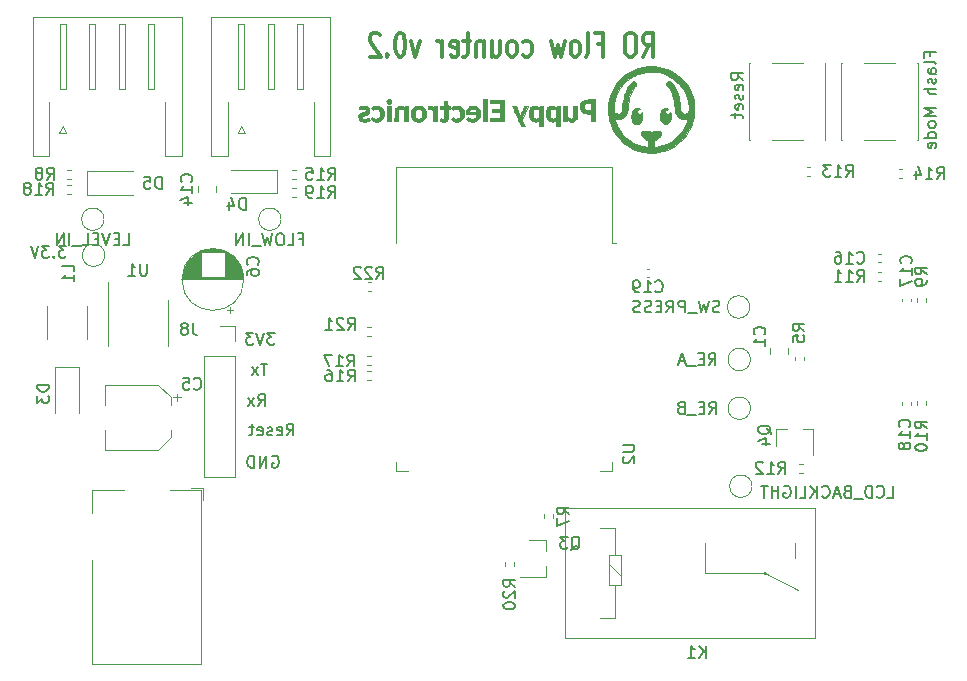
<source format=gbr>
%TF.GenerationSoftware,KiCad,Pcbnew,(5.1.10-1-10_14)*%
%TF.CreationDate,2022-08-23T11:20:17+02:00*%
%TF.ProjectId,RO Flow Counter,524f2046-6c6f-4772-9043-6f756e746572,rev?*%
%TF.SameCoordinates,Original*%
%TF.FileFunction,Legend,Bot*%
%TF.FilePolarity,Positive*%
%FSLAX46Y46*%
G04 Gerber Fmt 4.6, Leading zero omitted, Abs format (unit mm)*
G04 Created by KiCad (PCBNEW (5.1.10-1-10_14)) date 2022-08-23 11:20:17*
%MOMM*%
%LPD*%
G01*
G04 APERTURE LIST*
%ADD10C,0.150000*%
%ADD11C,0.375000*%
%ADD12C,0.010000*%
%ADD13C,0.120000*%
G04 APERTURE END LIST*
D10*
X154844595Y-81748380D02*
X154225547Y-81748380D01*
X154558880Y-82129333D01*
X154416023Y-82129333D01*
X154320785Y-82176952D01*
X154273166Y-82224571D01*
X154225547Y-82319809D01*
X154225547Y-82557904D01*
X154273166Y-82653142D01*
X154320785Y-82700761D01*
X154416023Y-82748380D01*
X154701738Y-82748380D01*
X154796976Y-82700761D01*
X154844595Y-82653142D01*
X153939833Y-81748380D02*
X153606500Y-82748380D01*
X153273166Y-81748380D01*
X153035071Y-81748380D02*
X152416023Y-81748380D01*
X152749357Y-82129333D01*
X152606500Y-82129333D01*
X152511261Y-82176952D01*
X152463642Y-82224571D01*
X152416023Y-82319809D01*
X152416023Y-82557904D01*
X152463642Y-82653142D01*
X152511261Y-82700761D01*
X152606500Y-82748380D01*
X152892214Y-82748380D01*
X152987452Y-82700761D01*
X153035071Y-82653142D01*
X154622404Y-92210000D02*
X154717642Y-92162380D01*
X154860500Y-92162380D01*
X155003357Y-92210000D01*
X155098595Y-92305238D01*
X155146214Y-92400476D01*
X155193833Y-92590952D01*
X155193833Y-92733809D01*
X155146214Y-92924285D01*
X155098595Y-93019523D01*
X155003357Y-93114761D01*
X154860500Y-93162380D01*
X154765261Y-93162380D01*
X154622404Y-93114761D01*
X154574785Y-93067142D01*
X154574785Y-92733809D01*
X154765261Y-92733809D01*
X154146214Y-93162380D02*
X154146214Y-92162380D01*
X153574785Y-93162380D01*
X153574785Y-92162380D01*
X153098595Y-93162380D02*
X153098595Y-92162380D01*
X152860500Y-92162380D01*
X152717642Y-92210000D01*
X152622404Y-92305238D01*
X152574785Y-92400476D01*
X152527166Y-92590952D01*
X152527166Y-92733809D01*
X152574785Y-92924285D01*
X152622404Y-93019523D01*
X152717642Y-93114761D01*
X152860500Y-93162380D01*
X153098595Y-93162380D01*
X155860595Y-90431880D02*
X156193928Y-89955690D01*
X156432023Y-90431880D02*
X156432023Y-89431880D01*
X156051071Y-89431880D01*
X155955833Y-89479500D01*
X155908214Y-89527119D01*
X155860595Y-89622357D01*
X155860595Y-89765214D01*
X155908214Y-89860452D01*
X155955833Y-89908071D01*
X156051071Y-89955690D01*
X156432023Y-89955690D01*
X155051071Y-90384261D02*
X155146309Y-90431880D01*
X155336785Y-90431880D01*
X155432023Y-90384261D01*
X155479642Y-90289023D01*
X155479642Y-89908071D01*
X155432023Y-89812833D01*
X155336785Y-89765214D01*
X155146309Y-89765214D01*
X155051071Y-89812833D01*
X155003452Y-89908071D01*
X155003452Y-90003309D01*
X155479642Y-90098547D01*
X154622500Y-90384261D02*
X154527261Y-90431880D01*
X154336785Y-90431880D01*
X154241547Y-90384261D01*
X154193928Y-90289023D01*
X154193928Y-90241404D01*
X154241547Y-90146166D01*
X154336785Y-90098547D01*
X154479642Y-90098547D01*
X154574880Y-90050928D01*
X154622500Y-89955690D01*
X154622500Y-89908071D01*
X154574880Y-89812833D01*
X154479642Y-89765214D01*
X154336785Y-89765214D01*
X154241547Y-89812833D01*
X153384404Y-90384261D02*
X153479642Y-90431880D01*
X153670119Y-90431880D01*
X153765357Y-90384261D01*
X153812976Y-90289023D01*
X153812976Y-89908071D01*
X153765357Y-89812833D01*
X153670119Y-89765214D01*
X153479642Y-89765214D01*
X153384404Y-89812833D01*
X153336785Y-89908071D01*
X153336785Y-90003309D01*
X153812976Y-90098547D01*
X153051071Y-89765214D02*
X152670119Y-89765214D01*
X152908214Y-89431880D02*
X152908214Y-90289023D01*
X152860595Y-90384261D01*
X152765357Y-90431880D01*
X152670119Y-90431880D01*
D11*
X186036942Y-58359561D02*
X186536942Y-57407180D01*
X186894085Y-58359561D02*
X186894085Y-56359561D01*
X186322657Y-56359561D01*
X186179800Y-56454800D01*
X186108371Y-56550038D01*
X186036942Y-56740514D01*
X186036942Y-57026228D01*
X186108371Y-57216704D01*
X186179800Y-57311942D01*
X186322657Y-57407180D01*
X186894085Y-57407180D01*
X185108371Y-56359561D02*
X184822657Y-56359561D01*
X184679800Y-56454800D01*
X184536942Y-56645276D01*
X184465514Y-57026228D01*
X184465514Y-57692895D01*
X184536942Y-58073847D01*
X184679800Y-58264323D01*
X184822657Y-58359561D01*
X185108371Y-58359561D01*
X185251228Y-58264323D01*
X185394085Y-58073847D01*
X185465514Y-57692895D01*
X185465514Y-57026228D01*
X185394085Y-56645276D01*
X185251228Y-56454800D01*
X185108371Y-56359561D01*
X182179800Y-57311942D02*
X182679800Y-57311942D01*
X182679800Y-58359561D02*
X182679800Y-56359561D01*
X181965514Y-56359561D01*
X181179800Y-58359561D02*
X181322657Y-58264323D01*
X181394085Y-58073847D01*
X181394085Y-56359561D01*
X180394085Y-58359561D02*
X180536942Y-58264323D01*
X180608371Y-58169085D01*
X180679800Y-57978609D01*
X180679800Y-57407180D01*
X180608371Y-57216704D01*
X180536942Y-57121466D01*
X180394085Y-57026228D01*
X180179800Y-57026228D01*
X180036942Y-57121466D01*
X179965514Y-57216704D01*
X179894085Y-57407180D01*
X179894085Y-57978609D01*
X179965514Y-58169085D01*
X180036942Y-58264323D01*
X180179800Y-58359561D01*
X180394085Y-58359561D01*
X179394085Y-57026228D02*
X179108371Y-58359561D01*
X178822657Y-57407180D01*
X178536942Y-58359561D01*
X178251228Y-57026228D01*
X175894085Y-58264323D02*
X176036942Y-58359561D01*
X176322657Y-58359561D01*
X176465514Y-58264323D01*
X176536942Y-58169085D01*
X176608371Y-57978609D01*
X176608371Y-57407180D01*
X176536942Y-57216704D01*
X176465514Y-57121466D01*
X176322657Y-57026228D01*
X176036942Y-57026228D01*
X175894085Y-57121466D01*
X175036942Y-58359561D02*
X175179800Y-58264323D01*
X175251228Y-58169085D01*
X175322657Y-57978609D01*
X175322657Y-57407180D01*
X175251228Y-57216704D01*
X175179800Y-57121466D01*
X175036942Y-57026228D01*
X174822657Y-57026228D01*
X174679800Y-57121466D01*
X174608371Y-57216704D01*
X174536942Y-57407180D01*
X174536942Y-57978609D01*
X174608371Y-58169085D01*
X174679800Y-58264323D01*
X174822657Y-58359561D01*
X175036942Y-58359561D01*
X173251228Y-57026228D02*
X173251228Y-58359561D01*
X173894085Y-57026228D02*
X173894085Y-58073847D01*
X173822657Y-58264323D01*
X173679800Y-58359561D01*
X173465514Y-58359561D01*
X173322657Y-58264323D01*
X173251228Y-58169085D01*
X172536942Y-57026228D02*
X172536942Y-58359561D01*
X172536942Y-57216704D02*
X172465514Y-57121466D01*
X172322657Y-57026228D01*
X172108371Y-57026228D01*
X171965514Y-57121466D01*
X171894085Y-57311942D01*
X171894085Y-58359561D01*
X171394085Y-57026228D02*
X170822657Y-57026228D01*
X171179800Y-56359561D02*
X171179800Y-58073847D01*
X171108371Y-58264323D01*
X170965514Y-58359561D01*
X170822657Y-58359561D01*
X169751228Y-58264323D02*
X169894085Y-58359561D01*
X170179800Y-58359561D01*
X170322657Y-58264323D01*
X170394085Y-58073847D01*
X170394085Y-57311942D01*
X170322657Y-57121466D01*
X170179800Y-57026228D01*
X169894085Y-57026228D01*
X169751228Y-57121466D01*
X169679800Y-57311942D01*
X169679800Y-57502419D01*
X170394085Y-57692895D01*
X169036942Y-58359561D02*
X169036942Y-57026228D01*
X169036942Y-57407180D02*
X168965514Y-57216704D01*
X168894085Y-57121466D01*
X168751228Y-57026228D01*
X168608371Y-57026228D01*
X167108371Y-57026228D02*
X166751228Y-58359561D01*
X166394085Y-57026228D01*
X165536942Y-56359561D02*
X165394085Y-56359561D01*
X165251228Y-56454800D01*
X165179800Y-56550038D01*
X165108371Y-56740514D01*
X165036942Y-57121466D01*
X165036942Y-57597657D01*
X165108371Y-57978609D01*
X165179800Y-58169085D01*
X165251228Y-58264323D01*
X165394085Y-58359561D01*
X165536942Y-58359561D01*
X165679800Y-58264323D01*
X165751228Y-58169085D01*
X165822657Y-57978609D01*
X165894085Y-57597657D01*
X165894085Y-57121466D01*
X165822657Y-56740514D01*
X165751228Y-56550038D01*
X165679800Y-56454800D01*
X165536942Y-56359561D01*
X164394085Y-58169085D02*
X164322657Y-58264323D01*
X164394085Y-58359561D01*
X164465514Y-58264323D01*
X164394085Y-58169085D01*
X164394085Y-58359561D01*
X163751228Y-56550038D02*
X163679800Y-56454800D01*
X163536942Y-56359561D01*
X163179800Y-56359561D01*
X163036942Y-56454800D01*
X162965514Y-56550038D01*
X162894085Y-56740514D01*
X162894085Y-56930990D01*
X162965514Y-57216704D01*
X163822657Y-58359561D01*
X162894085Y-58359561D01*
D10*
X153447738Y-87955380D02*
X153781071Y-87479190D01*
X154019166Y-87955380D02*
X154019166Y-86955380D01*
X153638214Y-86955380D01*
X153542976Y-87003000D01*
X153495357Y-87050619D01*
X153447738Y-87145857D01*
X153447738Y-87288714D01*
X153495357Y-87383952D01*
X153542976Y-87431571D01*
X153638214Y-87479190D01*
X154019166Y-87479190D01*
X153114404Y-87955380D02*
X152590595Y-87288714D01*
X153114404Y-87288714D02*
X152590595Y-87955380D01*
X154233476Y-84351880D02*
X153662047Y-84351880D01*
X153947761Y-85351880D02*
X153947761Y-84351880D01*
X153423952Y-85351880D02*
X152900142Y-84685214D01*
X153423952Y-84685214D02*
X152900142Y-85351880D01*
D12*
%TO.C,G\u002A\u002A\u002A*%
G36*
X186563232Y-59189089D02*
G01*
X186435950Y-59191088D01*
X186333048Y-59195279D01*
X186245556Y-59202304D01*
X186164502Y-59212804D01*
X186080915Y-59227417D01*
X186025366Y-59238520D01*
X185635550Y-59339684D01*
X185264831Y-59477957D01*
X184914989Y-59652076D01*
X184587805Y-59860781D01*
X184285059Y-60102810D01*
X184008530Y-60376902D01*
X183760000Y-60681797D01*
X183559339Y-60985513D01*
X183380461Y-61325754D01*
X183241628Y-61678356D01*
X183142542Y-62044425D01*
X183082906Y-62425068D01*
X183062423Y-62821391D01*
X183062413Y-62836411D01*
X183075217Y-63183853D01*
X183114224Y-63505881D01*
X183181503Y-63811861D01*
X183279119Y-64111159D01*
X183409140Y-64413140D01*
X183411528Y-64418113D01*
X183601111Y-64764610D01*
X183823195Y-65085035D01*
X184075736Y-65377791D01*
X184356690Y-65641277D01*
X184664013Y-65873894D01*
X184995664Y-66074042D01*
X185349597Y-66240123D01*
X185723770Y-66370536D01*
X185993616Y-66439093D01*
X186130668Y-66461958D01*
X186298754Y-66479252D01*
X186487089Y-66490794D01*
X186684889Y-66496404D01*
X186881371Y-66495899D01*
X187065749Y-66489100D01*
X187227239Y-66475826D01*
X187327116Y-66461463D01*
X187722347Y-66368450D01*
X188098131Y-66238222D01*
X188453096Y-66071677D01*
X188785869Y-65869715D01*
X189095076Y-65633235D01*
X189379345Y-65363136D01*
X189637302Y-65060317D01*
X189787500Y-64850433D01*
X189945883Y-64583915D01*
X190086737Y-64287625D01*
X190205822Y-63971986D01*
X190298896Y-63647420D01*
X190325818Y-63527516D01*
X190342675Y-63440645D01*
X190355170Y-63359854D01*
X190363926Y-63276296D01*
X190369561Y-63181124D01*
X190372696Y-63065490D01*
X190373953Y-62920548D01*
X190374071Y-62839600D01*
X190373875Y-62785292D01*
X189919620Y-62785292D01*
X189904315Y-62925783D01*
X189858467Y-63039118D01*
X189783694Y-63123341D01*
X189681611Y-63176495D01*
X189580853Y-63195372D01*
X189469159Y-63192119D01*
X189379174Y-63160409D01*
X189297141Y-63094902D01*
X189282622Y-63079614D01*
X189231923Y-63009977D01*
X189199623Y-62926684D01*
X189183012Y-62820039D01*
X189179200Y-62709302D01*
X189169130Y-62512796D01*
X189140479Y-62289414D01*
X189095581Y-62049086D01*
X189036774Y-61801739D01*
X188966392Y-61557303D01*
X188886772Y-61325705D01*
X188809171Y-61136507D01*
X188735808Y-60988785D01*
X188652569Y-60847182D01*
X188564098Y-60717752D01*
X188475040Y-60606547D01*
X188390042Y-60519622D01*
X188313748Y-60463029D01*
X188281017Y-60448229D01*
X188192662Y-60439024D01*
X188110418Y-60465505D01*
X188042708Y-60521086D01*
X187997954Y-60599182D01*
X187984245Y-60680272D01*
X187990183Y-60729473D01*
X188012104Y-60778177D01*
X188056167Y-60837914D01*
X188088746Y-60875884D01*
X188230803Y-61064682D01*
X188357383Y-61289807D01*
X188467321Y-61547748D01*
X188559455Y-61834993D01*
X188632622Y-62148029D01*
X188685659Y-62483344D01*
X188712355Y-62758811D01*
X188722269Y-62883482D01*
X188732870Y-62976553D01*
X188746245Y-63048733D01*
X188764481Y-63110731D01*
X188789664Y-63173257D01*
X188795755Y-63186851D01*
X188885468Y-63338142D01*
X189003643Y-63466249D01*
X189143780Y-63567596D01*
X189299379Y-63638607D01*
X189463941Y-63675707D01*
X189630964Y-63675320D01*
X189672195Y-63668974D01*
X189740571Y-63657476D01*
X189789907Y-63651470D01*
X189808073Y-63651917D01*
X189806854Y-63676669D01*
X189791883Y-63732285D01*
X189766118Y-63810733D01*
X189732515Y-63903981D01*
X189694031Y-64003996D01*
X189653623Y-64102747D01*
X189614249Y-64192201D01*
X189592128Y-64238516D01*
X189409976Y-64558963D01*
X189196624Y-64853270D01*
X188954721Y-65119531D01*
X188686915Y-65355841D01*
X188395857Y-65560292D01*
X188084193Y-65730980D01*
X187754574Y-65865999D01*
X187409649Y-65963442D01*
X187126033Y-66012862D01*
X187053129Y-66022249D01*
X186997568Y-66029577D01*
X186972575Y-66033082D01*
X186966764Y-66014228D01*
X186961908Y-65960678D01*
X186958437Y-65880067D01*
X186956780Y-65780027D01*
X186956700Y-65751443D01*
X186957127Y-65636391D01*
X186959053Y-65556728D01*
X186963440Y-65505509D01*
X186971253Y-65475791D01*
X186983457Y-65460633D01*
X186998000Y-65454011D01*
X187048824Y-65430096D01*
X187121613Y-65386302D01*
X187205891Y-65329943D01*
X187291179Y-65268334D01*
X187367001Y-65208790D01*
X187422878Y-65158626D01*
X187426625Y-65154765D01*
X187503757Y-65055381D01*
X187549370Y-64956259D01*
X187564399Y-64862983D01*
X187549782Y-64781136D01*
X187506455Y-64716298D01*
X187435355Y-64674054D01*
X187343591Y-64659933D01*
X187285230Y-64662558D01*
X187197124Y-64669695D01*
X187091487Y-64680236D01*
X186986612Y-64692319D01*
X186866371Y-64706043D01*
X186771577Y-64713091D01*
X186685875Y-64713464D01*
X186592908Y-64707161D01*
X186476320Y-64694183D01*
X186461121Y-64692319D01*
X186286482Y-64672883D01*
X186150811Y-64662561D01*
X186051757Y-64661261D01*
X185986966Y-64668890D01*
X185973398Y-64673081D01*
X185932701Y-64707715D01*
X185898938Y-64769407D01*
X185879406Y-64842883D01*
X185877200Y-64874449D01*
X185897909Y-64980938D01*
X185958660Y-65089512D01*
X186057388Y-65197872D01*
X186192031Y-65303721D01*
X186346914Y-65397484D01*
X186490315Y-65474850D01*
X186491033Y-66030566D01*
X186390491Y-66020551D01*
X186267688Y-66003825D01*
X186121287Y-65977042D01*
X185967774Y-65943759D01*
X185823633Y-65907535D01*
X185711340Y-65873956D01*
X185383472Y-65742198D01*
X185071281Y-65573686D01*
X184778529Y-65371753D01*
X184508979Y-65139730D01*
X184266394Y-64880947D01*
X184054536Y-64598736D01*
X183877167Y-64296429D01*
X183836963Y-64214518D01*
X183795592Y-64121909D01*
X183753923Y-64020286D01*
X183714736Y-63917545D01*
X183680814Y-63821579D01*
X183654937Y-63740283D01*
X183639889Y-63681552D01*
X183638451Y-63653281D01*
X183638966Y-63652611D01*
X183663236Y-63651368D01*
X183715466Y-63658355D01*
X183760247Y-63667016D01*
X183918541Y-63680321D01*
X184081224Y-63656898D01*
X184239844Y-63600359D01*
X184385950Y-63514312D01*
X184511088Y-63402368D01*
X184576601Y-63318304D01*
X184627574Y-63233390D01*
X184665902Y-63147494D01*
X184694005Y-63051354D01*
X184714305Y-62935709D01*
X184729223Y-62791296D01*
X184734948Y-62712600D01*
X184764329Y-62422197D01*
X184812757Y-62136187D01*
X184878333Y-61860290D01*
X184959156Y-61600225D01*
X185053328Y-61361714D01*
X185158947Y-61150478D01*
X185274115Y-60972237D01*
X185339775Y-60891531D01*
X185398052Y-60823568D01*
X185432433Y-60773837D01*
X185448988Y-60730664D01*
X185453784Y-60682376D01*
X185453866Y-60672071D01*
X185436057Y-60573030D01*
X185384135Y-60497765D01*
X185300358Y-60449509D01*
X185297834Y-60448663D01*
X185224681Y-60437136D01*
X185152771Y-60454980D01*
X185074348Y-60505228D01*
X185012648Y-60560121D01*
X184884698Y-60706379D01*
X184763308Y-60889931D01*
X184650309Y-61106000D01*
X184547530Y-61349814D01*
X184456800Y-61616595D01*
X184379949Y-61901570D01*
X184318807Y-62199964D01*
X184278784Y-62475510D01*
X184266487Y-62589306D01*
X184256447Y-62698733D01*
X184249722Y-62791106D01*
X184247366Y-62852215D01*
X184228882Y-62968932D01*
X184172552Y-63068576D01*
X184077529Y-63153158D01*
X183989828Y-63189817D01*
X183885186Y-63199474D01*
X183778571Y-63182944D01*
X183684953Y-63141042D01*
X183670803Y-63130995D01*
X183612405Y-63079864D01*
X183571509Y-63024721D01*
X183545860Y-62957569D01*
X183533208Y-62870413D01*
X183531301Y-62755259D01*
X183535339Y-62650074D01*
X183574565Y-62293846D01*
X183653883Y-61947201D01*
X183771563Y-61613161D01*
X183925875Y-61294748D01*
X184115089Y-60994985D01*
X184337476Y-60716893D01*
X184591306Y-60463494D01*
X184874849Y-60237811D01*
X184943045Y-60190838D01*
X185078370Y-60102254D01*
X185193292Y-60032752D01*
X185300843Y-59975447D01*
X185414052Y-59923455D01*
X185545950Y-59869888D01*
X185562844Y-59863340D01*
X185910975Y-59751056D01*
X186265862Y-59679512D01*
X186624146Y-59648538D01*
X186982470Y-59657964D01*
X187337476Y-59707618D01*
X187685806Y-59797330D01*
X188024102Y-59926929D01*
X188167388Y-59995766D01*
X188486413Y-60182151D01*
X188778176Y-60400199D01*
X189041084Y-60647912D01*
X189273546Y-60923292D01*
X189473970Y-61224340D01*
X189640765Y-61549059D01*
X189772338Y-61895450D01*
X189824376Y-62075982D01*
X189848812Y-62186828D01*
X189872375Y-62322631D01*
X189893100Y-62468764D01*
X189909024Y-62610598D01*
X189918183Y-62733506D01*
X189919620Y-62785292D01*
X190373875Y-62785292D01*
X190373486Y-62677858D01*
X190371319Y-62549594D01*
X190366947Y-62445964D01*
X190359751Y-62358124D01*
X190349108Y-62277230D01*
X190334398Y-62194437D01*
X190325763Y-62151683D01*
X190225348Y-61767125D01*
X190088155Y-61399835D01*
X189916024Y-61052194D01*
X189710795Y-60726585D01*
X189474309Y-60425388D01*
X189208404Y-60150987D01*
X188914923Y-59905763D01*
X188595703Y-59692098D01*
X188306271Y-59537440D01*
X187997692Y-59407442D01*
X187669404Y-59300617D01*
X187411783Y-59237473D01*
X187325014Y-59220525D01*
X187244399Y-59207949D01*
X187161097Y-59199118D01*
X187066265Y-59193405D01*
X186951062Y-59190181D01*
X186806646Y-59188820D01*
X186723866Y-59188643D01*
X186563232Y-59189089D01*
G37*
X186563232Y-59189089D02*
X186435950Y-59191088D01*
X186333048Y-59195279D01*
X186245556Y-59202304D01*
X186164502Y-59212804D01*
X186080915Y-59227417D01*
X186025366Y-59238520D01*
X185635550Y-59339684D01*
X185264831Y-59477957D01*
X184914989Y-59652076D01*
X184587805Y-59860781D01*
X184285059Y-60102810D01*
X184008530Y-60376902D01*
X183760000Y-60681797D01*
X183559339Y-60985513D01*
X183380461Y-61325754D01*
X183241628Y-61678356D01*
X183142542Y-62044425D01*
X183082906Y-62425068D01*
X183062423Y-62821391D01*
X183062413Y-62836411D01*
X183075217Y-63183853D01*
X183114224Y-63505881D01*
X183181503Y-63811861D01*
X183279119Y-64111159D01*
X183409140Y-64413140D01*
X183411528Y-64418113D01*
X183601111Y-64764610D01*
X183823195Y-65085035D01*
X184075736Y-65377791D01*
X184356690Y-65641277D01*
X184664013Y-65873894D01*
X184995664Y-66074042D01*
X185349597Y-66240123D01*
X185723770Y-66370536D01*
X185993616Y-66439093D01*
X186130668Y-66461958D01*
X186298754Y-66479252D01*
X186487089Y-66490794D01*
X186684889Y-66496404D01*
X186881371Y-66495899D01*
X187065749Y-66489100D01*
X187227239Y-66475826D01*
X187327116Y-66461463D01*
X187722347Y-66368450D01*
X188098131Y-66238222D01*
X188453096Y-66071677D01*
X188785869Y-65869715D01*
X189095076Y-65633235D01*
X189379345Y-65363136D01*
X189637302Y-65060317D01*
X189787500Y-64850433D01*
X189945883Y-64583915D01*
X190086737Y-64287625D01*
X190205822Y-63971986D01*
X190298896Y-63647420D01*
X190325818Y-63527516D01*
X190342675Y-63440645D01*
X190355170Y-63359854D01*
X190363926Y-63276296D01*
X190369561Y-63181124D01*
X190372696Y-63065490D01*
X190373953Y-62920548D01*
X190374071Y-62839600D01*
X190373875Y-62785292D01*
X189919620Y-62785292D01*
X189904315Y-62925783D01*
X189858467Y-63039118D01*
X189783694Y-63123341D01*
X189681611Y-63176495D01*
X189580853Y-63195372D01*
X189469159Y-63192119D01*
X189379174Y-63160409D01*
X189297141Y-63094902D01*
X189282622Y-63079614D01*
X189231923Y-63009977D01*
X189199623Y-62926684D01*
X189183012Y-62820039D01*
X189179200Y-62709302D01*
X189169130Y-62512796D01*
X189140479Y-62289414D01*
X189095581Y-62049086D01*
X189036774Y-61801739D01*
X188966392Y-61557303D01*
X188886772Y-61325705D01*
X188809171Y-61136507D01*
X188735808Y-60988785D01*
X188652569Y-60847182D01*
X188564098Y-60717752D01*
X188475040Y-60606547D01*
X188390042Y-60519622D01*
X188313748Y-60463029D01*
X188281017Y-60448229D01*
X188192662Y-60439024D01*
X188110418Y-60465505D01*
X188042708Y-60521086D01*
X187997954Y-60599182D01*
X187984245Y-60680272D01*
X187990183Y-60729473D01*
X188012104Y-60778177D01*
X188056167Y-60837914D01*
X188088746Y-60875884D01*
X188230803Y-61064682D01*
X188357383Y-61289807D01*
X188467321Y-61547748D01*
X188559455Y-61834993D01*
X188632622Y-62148029D01*
X188685659Y-62483344D01*
X188712355Y-62758811D01*
X188722269Y-62883482D01*
X188732870Y-62976553D01*
X188746245Y-63048733D01*
X188764481Y-63110731D01*
X188789664Y-63173257D01*
X188795755Y-63186851D01*
X188885468Y-63338142D01*
X189003643Y-63466249D01*
X189143780Y-63567596D01*
X189299379Y-63638607D01*
X189463941Y-63675707D01*
X189630964Y-63675320D01*
X189672195Y-63668974D01*
X189740571Y-63657476D01*
X189789907Y-63651470D01*
X189808073Y-63651917D01*
X189806854Y-63676669D01*
X189791883Y-63732285D01*
X189766118Y-63810733D01*
X189732515Y-63903981D01*
X189694031Y-64003996D01*
X189653623Y-64102747D01*
X189614249Y-64192201D01*
X189592128Y-64238516D01*
X189409976Y-64558963D01*
X189196624Y-64853270D01*
X188954721Y-65119531D01*
X188686915Y-65355841D01*
X188395857Y-65560292D01*
X188084193Y-65730980D01*
X187754574Y-65865999D01*
X187409649Y-65963442D01*
X187126033Y-66012862D01*
X187053129Y-66022249D01*
X186997568Y-66029577D01*
X186972575Y-66033082D01*
X186966764Y-66014228D01*
X186961908Y-65960678D01*
X186958437Y-65880067D01*
X186956780Y-65780027D01*
X186956700Y-65751443D01*
X186957127Y-65636391D01*
X186959053Y-65556728D01*
X186963440Y-65505509D01*
X186971253Y-65475791D01*
X186983457Y-65460633D01*
X186998000Y-65454011D01*
X187048824Y-65430096D01*
X187121613Y-65386302D01*
X187205891Y-65329943D01*
X187291179Y-65268334D01*
X187367001Y-65208790D01*
X187422878Y-65158626D01*
X187426625Y-65154765D01*
X187503757Y-65055381D01*
X187549370Y-64956259D01*
X187564399Y-64862983D01*
X187549782Y-64781136D01*
X187506455Y-64716298D01*
X187435355Y-64674054D01*
X187343591Y-64659933D01*
X187285230Y-64662558D01*
X187197124Y-64669695D01*
X187091487Y-64680236D01*
X186986612Y-64692319D01*
X186866371Y-64706043D01*
X186771577Y-64713091D01*
X186685875Y-64713464D01*
X186592908Y-64707161D01*
X186476320Y-64694183D01*
X186461121Y-64692319D01*
X186286482Y-64672883D01*
X186150811Y-64662561D01*
X186051757Y-64661261D01*
X185986966Y-64668890D01*
X185973398Y-64673081D01*
X185932701Y-64707715D01*
X185898938Y-64769407D01*
X185879406Y-64842883D01*
X185877200Y-64874449D01*
X185897909Y-64980938D01*
X185958660Y-65089512D01*
X186057388Y-65197872D01*
X186192031Y-65303721D01*
X186346914Y-65397484D01*
X186490315Y-65474850D01*
X186491033Y-66030566D01*
X186390491Y-66020551D01*
X186267688Y-66003825D01*
X186121287Y-65977042D01*
X185967774Y-65943759D01*
X185823633Y-65907535D01*
X185711340Y-65873956D01*
X185383472Y-65742198D01*
X185071281Y-65573686D01*
X184778529Y-65371753D01*
X184508979Y-65139730D01*
X184266394Y-64880947D01*
X184054536Y-64598736D01*
X183877167Y-64296429D01*
X183836963Y-64214518D01*
X183795592Y-64121909D01*
X183753923Y-64020286D01*
X183714736Y-63917545D01*
X183680814Y-63821579D01*
X183654937Y-63740283D01*
X183639889Y-63681552D01*
X183638451Y-63653281D01*
X183638966Y-63652611D01*
X183663236Y-63651368D01*
X183715466Y-63658355D01*
X183760247Y-63667016D01*
X183918541Y-63680321D01*
X184081224Y-63656898D01*
X184239844Y-63600359D01*
X184385950Y-63514312D01*
X184511088Y-63402368D01*
X184576601Y-63318304D01*
X184627574Y-63233390D01*
X184665902Y-63147494D01*
X184694005Y-63051354D01*
X184714305Y-62935709D01*
X184729223Y-62791296D01*
X184734948Y-62712600D01*
X184764329Y-62422197D01*
X184812757Y-62136187D01*
X184878333Y-61860290D01*
X184959156Y-61600225D01*
X185053328Y-61361714D01*
X185158947Y-61150478D01*
X185274115Y-60972237D01*
X185339775Y-60891531D01*
X185398052Y-60823568D01*
X185432433Y-60773837D01*
X185448988Y-60730664D01*
X185453784Y-60682376D01*
X185453866Y-60672071D01*
X185436057Y-60573030D01*
X185384135Y-60497765D01*
X185300358Y-60449509D01*
X185297834Y-60448663D01*
X185224681Y-60437136D01*
X185152771Y-60454980D01*
X185074348Y-60505228D01*
X185012648Y-60560121D01*
X184884698Y-60706379D01*
X184763308Y-60889931D01*
X184650309Y-61106000D01*
X184547530Y-61349814D01*
X184456800Y-61616595D01*
X184379949Y-61901570D01*
X184318807Y-62199964D01*
X184278784Y-62475510D01*
X184266487Y-62589306D01*
X184256447Y-62698733D01*
X184249722Y-62791106D01*
X184247366Y-62852215D01*
X184228882Y-62968932D01*
X184172552Y-63068576D01*
X184077529Y-63153158D01*
X183989828Y-63189817D01*
X183885186Y-63199474D01*
X183778571Y-63182944D01*
X183684953Y-63141042D01*
X183670803Y-63130995D01*
X183612405Y-63079864D01*
X183571509Y-63024721D01*
X183545860Y-62957569D01*
X183533208Y-62870413D01*
X183531301Y-62755259D01*
X183535339Y-62650074D01*
X183574565Y-62293846D01*
X183653883Y-61947201D01*
X183771563Y-61613161D01*
X183925875Y-61294748D01*
X184115089Y-60994985D01*
X184337476Y-60716893D01*
X184591306Y-60463494D01*
X184874849Y-60237811D01*
X184943045Y-60190838D01*
X185078370Y-60102254D01*
X185193292Y-60032752D01*
X185300843Y-59975447D01*
X185414052Y-59923455D01*
X185545950Y-59869888D01*
X185562844Y-59863340D01*
X185910975Y-59751056D01*
X186265862Y-59679512D01*
X186624146Y-59648538D01*
X186982470Y-59657964D01*
X187337476Y-59707618D01*
X187685806Y-59797330D01*
X188024102Y-59926929D01*
X188167388Y-59995766D01*
X188486413Y-60182151D01*
X188778176Y-60400199D01*
X189041084Y-60647912D01*
X189273546Y-60923292D01*
X189473970Y-61224340D01*
X189640765Y-61549059D01*
X189772338Y-61895450D01*
X189824376Y-62075982D01*
X189848812Y-62186828D01*
X189872375Y-62322631D01*
X189893100Y-62468764D01*
X189909024Y-62610598D01*
X189918183Y-62733506D01*
X189919620Y-62785292D01*
X190373875Y-62785292D01*
X190373486Y-62677858D01*
X190371319Y-62549594D01*
X190366947Y-62445964D01*
X190359751Y-62358124D01*
X190349108Y-62277230D01*
X190334398Y-62194437D01*
X190325763Y-62151683D01*
X190225348Y-61767125D01*
X190088155Y-61399835D01*
X189916024Y-61052194D01*
X189710795Y-60726585D01*
X189474309Y-60425388D01*
X189208404Y-60150987D01*
X188914923Y-59905763D01*
X188595703Y-59692098D01*
X188306271Y-59537440D01*
X187997692Y-59407442D01*
X187669404Y-59300617D01*
X187411783Y-59237473D01*
X187325014Y-59220525D01*
X187244399Y-59207949D01*
X187161097Y-59199118D01*
X187066265Y-59193405D01*
X186951062Y-59190181D01*
X186806646Y-59188820D01*
X186723866Y-59188643D01*
X186563232Y-59189089D01*
G36*
X178153739Y-62524678D02*
G01*
X178061433Y-62558728D01*
X177976615Y-62623404D01*
X177935476Y-62666015D01*
X177862778Y-62767297D01*
X177814726Y-62886138D01*
X177789197Y-63029700D01*
X177783635Y-63178266D01*
X177791681Y-63328689D01*
X177814952Y-63451099D01*
X177856905Y-63558148D01*
X177912624Y-63650563D01*
X178000186Y-63744336D01*
X178110509Y-63813098D01*
X178234247Y-63854764D01*
X178362051Y-63867249D01*
X178484574Y-63848466D01*
X178586038Y-63800804D01*
X178659366Y-63751042D01*
X178659366Y-64278933D01*
X178976866Y-64278933D01*
X178976866Y-62907485D01*
X178659366Y-62907485D01*
X178659366Y-63208928D01*
X178658829Y-63329512D01*
X178656643Y-63415012D01*
X178651951Y-63472671D01*
X178643892Y-63509732D01*
X178631607Y-63533437D01*
X178619308Y-63546625D01*
X178540328Y-63592365D01*
X178442524Y-63612405D01*
X178341402Y-63605815D01*
X178252469Y-63571663D01*
X178248131Y-63568895D01*
X178188234Y-63507642D01*
X178147534Y-63413803D01*
X178125361Y-63285214D01*
X178120502Y-63157486D01*
X178123587Y-63045132D01*
X178132625Y-62964874D01*
X178149031Y-62906720D01*
X178158949Y-62885557D01*
X178218408Y-62814751D01*
X178299553Y-62773705D01*
X178393096Y-62763322D01*
X178489752Y-62784506D01*
X178580232Y-62838159D01*
X178586995Y-62843942D01*
X178659366Y-62907485D01*
X178976866Y-62907485D01*
X178976866Y-62541246D01*
X178845840Y-62547548D01*
X178773795Y-62552100D01*
X178732861Y-62560761D01*
X178711845Y-62579214D01*
X178699556Y-62613142D01*
X178696935Y-62623155D01*
X178679056Y-62692461D01*
X178611003Y-62641529D01*
X178505692Y-62572094D01*
X178409521Y-62532022D01*
X178307612Y-62515819D01*
X178267783Y-62514770D01*
X178153739Y-62524678D01*
G37*
X178153739Y-62524678D02*
X178061433Y-62558728D01*
X177976615Y-62623404D01*
X177935476Y-62666015D01*
X177862778Y-62767297D01*
X177814726Y-62886138D01*
X177789197Y-63029700D01*
X177783635Y-63178266D01*
X177791681Y-63328689D01*
X177814952Y-63451099D01*
X177856905Y-63558148D01*
X177912624Y-63650563D01*
X178000186Y-63744336D01*
X178110509Y-63813098D01*
X178234247Y-63854764D01*
X178362051Y-63867249D01*
X178484574Y-63848466D01*
X178586038Y-63800804D01*
X178659366Y-63751042D01*
X178659366Y-64278933D01*
X178976866Y-64278933D01*
X178976866Y-62907485D01*
X178659366Y-62907485D01*
X178659366Y-63208928D01*
X178658829Y-63329512D01*
X178656643Y-63415012D01*
X178651951Y-63472671D01*
X178643892Y-63509732D01*
X178631607Y-63533437D01*
X178619308Y-63546625D01*
X178540328Y-63592365D01*
X178442524Y-63612405D01*
X178341402Y-63605815D01*
X178252469Y-63571663D01*
X178248131Y-63568895D01*
X178188234Y-63507642D01*
X178147534Y-63413803D01*
X178125361Y-63285214D01*
X178120502Y-63157486D01*
X178123587Y-63045132D01*
X178132625Y-62964874D01*
X178149031Y-62906720D01*
X178158949Y-62885557D01*
X178218408Y-62814751D01*
X178299553Y-62773705D01*
X178393096Y-62763322D01*
X178489752Y-62784506D01*
X178580232Y-62838159D01*
X178586995Y-62843942D01*
X178659366Y-62907485D01*
X178976866Y-62907485D01*
X178976866Y-62541246D01*
X178845840Y-62547548D01*
X178773795Y-62552100D01*
X178732861Y-62560761D01*
X178711845Y-62579214D01*
X178699556Y-62613142D01*
X178696935Y-62623155D01*
X178679056Y-62692461D01*
X178611003Y-62641529D01*
X178505692Y-62572094D01*
X178409521Y-62532022D01*
X178307612Y-62515819D01*
X178267783Y-62514770D01*
X178153739Y-62524678D01*
G36*
X176714406Y-62524678D02*
G01*
X176622100Y-62558728D01*
X176537281Y-62623404D01*
X176496142Y-62666015D01*
X176423444Y-62767297D01*
X176375393Y-62886138D01*
X176349863Y-63029700D01*
X176344302Y-63178266D01*
X176352347Y-63328689D01*
X176375619Y-63451099D01*
X176417572Y-63558148D01*
X176473290Y-63650563D01*
X176560852Y-63744336D01*
X176671176Y-63813098D01*
X176794914Y-63854764D01*
X176922718Y-63867249D01*
X177045240Y-63848466D01*
X177146704Y-63800804D01*
X177220033Y-63751042D01*
X177220033Y-64278933D01*
X177537533Y-64278933D01*
X177537533Y-62907485D01*
X177220033Y-62907485D01*
X177220033Y-63208928D01*
X177219496Y-63329512D01*
X177217310Y-63415012D01*
X177212617Y-63472671D01*
X177204558Y-63509732D01*
X177192274Y-63533437D01*
X177179974Y-63546625D01*
X177100994Y-63592365D01*
X177003191Y-63612405D01*
X176902069Y-63605815D01*
X176813136Y-63571663D01*
X176808798Y-63568895D01*
X176748901Y-63507642D01*
X176708201Y-63413803D01*
X176686028Y-63285214D01*
X176681168Y-63157486D01*
X176684253Y-63045132D01*
X176693292Y-62964874D01*
X176709698Y-62906720D01*
X176719616Y-62885557D01*
X176779074Y-62814751D01*
X176860219Y-62773705D01*
X176953763Y-62763322D01*
X177050419Y-62784506D01*
X177140899Y-62838159D01*
X177147662Y-62843942D01*
X177220033Y-62907485D01*
X177537533Y-62907485D01*
X177537533Y-62541246D01*
X177406507Y-62547548D01*
X177334462Y-62552100D01*
X177293528Y-62560761D01*
X177272512Y-62579214D01*
X177260222Y-62613142D01*
X177257602Y-62623155D01*
X177239723Y-62692461D01*
X177171670Y-62641529D01*
X177066358Y-62572094D01*
X176970188Y-62532022D01*
X176868279Y-62515819D01*
X176828450Y-62514770D01*
X176714406Y-62524678D01*
G37*
X176714406Y-62524678D02*
X176622100Y-62558728D01*
X176537281Y-62623404D01*
X176496142Y-62666015D01*
X176423444Y-62767297D01*
X176375393Y-62886138D01*
X176349863Y-63029700D01*
X176344302Y-63178266D01*
X176352347Y-63328689D01*
X176375619Y-63451099D01*
X176417572Y-63558148D01*
X176473290Y-63650563D01*
X176560852Y-63744336D01*
X176671176Y-63813098D01*
X176794914Y-63854764D01*
X176922718Y-63867249D01*
X177045240Y-63848466D01*
X177146704Y-63800804D01*
X177220033Y-63751042D01*
X177220033Y-64278933D01*
X177537533Y-64278933D01*
X177537533Y-62907485D01*
X177220033Y-62907485D01*
X177220033Y-63208928D01*
X177219496Y-63329512D01*
X177217310Y-63415012D01*
X177212617Y-63472671D01*
X177204558Y-63509732D01*
X177192274Y-63533437D01*
X177179974Y-63546625D01*
X177100994Y-63592365D01*
X177003191Y-63612405D01*
X176902069Y-63605815D01*
X176813136Y-63571663D01*
X176808798Y-63568895D01*
X176748901Y-63507642D01*
X176708201Y-63413803D01*
X176686028Y-63285214D01*
X176681168Y-63157486D01*
X176684253Y-63045132D01*
X176693292Y-62964874D01*
X176709698Y-62906720D01*
X176719616Y-62885557D01*
X176779074Y-62814751D01*
X176860219Y-62773705D01*
X176953763Y-62763322D01*
X177050419Y-62784506D01*
X177140899Y-62838159D01*
X177147662Y-62843942D01*
X177220033Y-62907485D01*
X177537533Y-62907485D01*
X177537533Y-62541246D01*
X177406507Y-62547548D01*
X177334462Y-62552100D01*
X177293528Y-62560761D01*
X177272512Y-62579214D01*
X177260222Y-62613142D01*
X177257602Y-62623155D01*
X177239723Y-62692461D01*
X177171670Y-62641529D01*
X177066358Y-62572094D01*
X176970188Y-62532022D01*
X176868279Y-62515819D01*
X176828450Y-62514770D01*
X176714406Y-62524678D01*
G36*
X175014138Y-62544223D02*
G01*
X174980430Y-62551152D01*
X174976366Y-62555968D01*
X174984434Y-62579052D01*
X175007242Y-62636076D01*
X175042696Y-62722138D01*
X175088701Y-62832335D01*
X175143163Y-62961764D01*
X175203989Y-63105524D01*
X175269084Y-63258712D01*
X175336353Y-63416426D01*
X175403704Y-63573763D01*
X175469041Y-63725821D01*
X175530271Y-63867697D01*
X175585299Y-63994489D01*
X175632032Y-64101295D01*
X175668374Y-64183213D01*
X175692233Y-64235339D01*
X175701060Y-64252475D01*
X175736057Y-64268157D01*
X175806712Y-64277145D01*
X175870223Y-64278933D01*
X175951228Y-64276831D01*
X175995518Y-64269825D01*
X176008535Y-64256866D01*
X176007501Y-64252475D01*
X175994809Y-64223816D01*
X175968057Y-64165345D01*
X175931167Y-64085576D01*
X175888069Y-63993048D01*
X175779199Y-63760079D01*
X176042866Y-63151673D01*
X176306533Y-62543266D01*
X176141458Y-62543266D01*
X176041477Y-62546939D01*
X175977305Y-62557629D01*
X175954959Y-62569725D01*
X175940866Y-62596749D01*
X175913979Y-62656797D01*
X175877006Y-62743497D01*
X175832653Y-62850479D01*
X175783629Y-62971373D01*
X175773332Y-62997085D01*
X175724871Y-63115691D01*
X175681240Y-63217434D01*
X175644880Y-63297029D01*
X175618232Y-63349193D01*
X175603738Y-63368641D01*
X175602189Y-63367502D01*
X175565498Y-63267061D01*
X175522942Y-63153451D01*
X175477228Y-63033581D01*
X175431065Y-62914360D01*
X175387163Y-62802696D01*
X175348230Y-62705500D01*
X175316973Y-62629680D01*
X175296103Y-62582145D01*
X175289421Y-62569725D01*
X175261867Y-62558438D01*
X175208041Y-62549694D01*
X175140463Y-62544044D01*
X175071656Y-62542037D01*
X175014138Y-62544223D01*
G37*
X175014138Y-62544223D02*
X174980430Y-62551152D01*
X174976366Y-62555968D01*
X174984434Y-62579052D01*
X175007242Y-62636076D01*
X175042696Y-62722138D01*
X175088701Y-62832335D01*
X175143163Y-62961764D01*
X175203989Y-63105524D01*
X175269084Y-63258712D01*
X175336353Y-63416426D01*
X175403704Y-63573763D01*
X175469041Y-63725821D01*
X175530271Y-63867697D01*
X175585299Y-63994489D01*
X175632032Y-64101295D01*
X175668374Y-64183213D01*
X175692233Y-64235339D01*
X175701060Y-64252475D01*
X175736057Y-64268157D01*
X175806712Y-64277145D01*
X175870223Y-64278933D01*
X175951228Y-64276831D01*
X175995518Y-64269825D01*
X176008535Y-64256866D01*
X176007501Y-64252475D01*
X175994809Y-64223816D01*
X175968057Y-64165345D01*
X175931167Y-64085576D01*
X175888069Y-63993048D01*
X175779199Y-63760079D01*
X176042866Y-63151673D01*
X176306533Y-62543266D01*
X176141458Y-62543266D01*
X176041477Y-62546939D01*
X175977305Y-62557629D01*
X175954959Y-62569725D01*
X175940866Y-62596749D01*
X175913979Y-62656797D01*
X175877006Y-62743497D01*
X175832653Y-62850479D01*
X175783629Y-62971373D01*
X175773332Y-62997085D01*
X175724871Y-63115691D01*
X175681240Y-63217434D01*
X175644880Y-63297029D01*
X175618232Y-63349193D01*
X175603738Y-63368641D01*
X175602189Y-63367502D01*
X175565498Y-63267061D01*
X175522942Y-63153451D01*
X175477228Y-63033581D01*
X175431065Y-62914360D01*
X175387163Y-62802696D01*
X175348230Y-62705500D01*
X175316973Y-62629680D01*
X175296103Y-62582145D01*
X175289421Y-62569725D01*
X175261867Y-62558438D01*
X175208041Y-62549694D01*
X175140463Y-62544044D01*
X175071656Y-62542037D01*
X175014138Y-62544223D01*
G36*
X180119866Y-63010324D02*
G01*
X180119344Y-63174354D01*
X180117254Y-63301593D01*
X180112813Y-63397578D01*
X180105239Y-63467843D01*
X180093746Y-63517924D01*
X180077553Y-63553358D01*
X180055876Y-63579679D01*
X180037034Y-63595635D01*
X179976804Y-63618931D01*
X179894754Y-63621147D01*
X179805051Y-63603495D01*
X179724851Y-63568957D01*
X179633033Y-63515148D01*
X179633033Y-62543266D01*
X179294366Y-62543266D01*
X179294366Y-63855600D01*
X179417133Y-63855600D01*
X179508063Y-63849225D01*
X179563399Y-63828382D01*
X179588177Y-63790492D01*
X179590700Y-63766700D01*
X179598850Y-63734713D01*
X179625940Y-63734705D01*
X179675932Y-63766882D01*
X179681858Y-63771496D01*
X179780883Y-63829031D01*
X179897413Y-63865361D01*
X180018110Y-63878613D01*
X180129642Y-63866910D01*
X180193950Y-63843480D01*
X180299648Y-63770261D01*
X180377371Y-63671616D01*
X180402793Y-63622766D01*
X180417171Y-63588615D01*
X180428269Y-63551659D01*
X180436632Y-63505759D01*
X180442803Y-63444771D01*
X180447326Y-63362554D01*
X180450745Y-63252967D01*
X180453604Y-63109867D01*
X180454814Y-63035391D01*
X180462494Y-62543266D01*
X180119866Y-62543266D01*
X180119866Y-63010324D01*
G37*
X180119866Y-63010324D02*
X180119344Y-63174354D01*
X180117254Y-63301593D01*
X180112813Y-63397578D01*
X180105239Y-63467843D01*
X180093746Y-63517924D01*
X180077553Y-63553358D01*
X180055876Y-63579679D01*
X180037034Y-63595635D01*
X179976804Y-63618931D01*
X179894754Y-63621147D01*
X179805051Y-63603495D01*
X179724851Y-63568957D01*
X179633033Y-63515148D01*
X179633033Y-62543266D01*
X179294366Y-62543266D01*
X179294366Y-63855600D01*
X179417133Y-63855600D01*
X179508063Y-63849225D01*
X179563399Y-63828382D01*
X179588177Y-63790492D01*
X179590700Y-63766700D01*
X179598850Y-63734713D01*
X179625940Y-63734705D01*
X179675932Y-63766882D01*
X179681858Y-63771496D01*
X179780883Y-63829031D01*
X179897413Y-63865361D01*
X180018110Y-63878613D01*
X180129642Y-63866910D01*
X180193950Y-63843480D01*
X180299648Y-63770261D01*
X180377371Y-63671616D01*
X180402793Y-63622766D01*
X180417171Y-63588615D01*
X180428269Y-63551659D01*
X180436632Y-63505759D01*
X180442803Y-63444771D01*
X180447326Y-63362554D01*
X180450745Y-63252967D01*
X180453604Y-63109867D01*
X180454814Y-63035391D01*
X180462494Y-62543266D01*
X180119866Y-62543266D01*
X180119866Y-63010324D01*
G36*
X171457496Y-62537077D02*
G01*
X171383492Y-62556187D01*
X171315243Y-62589323D01*
X171299600Y-62598752D01*
X171187341Y-62692094D01*
X171104903Y-62811976D01*
X171055238Y-62952226D01*
X171041294Y-63106673D01*
X171042837Y-63135933D01*
X171049950Y-63231183D01*
X171912468Y-63242659D01*
X171898310Y-63331194D01*
X171861404Y-63447140D01*
X171795479Y-63536252D01*
X171706040Y-63596196D01*
X171598592Y-63624635D01*
X171478641Y-63619234D01*
X171351693Y-63577659D01*
X171335700Y-63569850D01*
X171261016Y-63534528D01*
X171210382Y-63521109D01*
X171171245Y-63530231D01*
X171131050Y-63562535D01*
X171112712Y-63581203D01*
X171075221Y-63629656D01*
X171069350Y-63670709D01*
X171097431Y-63712365D01*
X171161794Y-63762630D01*
X171166482Y-63765837D01*
X171275704Y-63820430D01*
X171409424Y-63857614D01*
X171552782Y-63875486D01*
X171690917Y-63872141D01*
X171803858Y-63847544D01*
X171950750Y-63776227D01*
X172065703Y-63678259D01*
X172149209Y-63552846D01*
X172201763Y-63399193D01*
X172223858Y-63216504D01*
X172224683Y-63169133D01*
X172221989Y-63070971D01*
X172219197Y-63051266D01*
X171910053Y-63051266D01*
X171335700Y-63051266D01*
X171335700Y-62996324D01*
X171355024Y-62908796D01*
X171407308Y-62836166D01*
X171484018Y-62784940D01*
X171576621Y-62761625D01*
X171640024Y-62764312D01*
X171740384Y-62792867D01*
X171814008Y-62845797D01*
X171867779Y-62929553D01*
X171895361Y-63003641D01*
X171910053Y-63051266D01*
X172219197Y-63051266D01*
X172211431Y-62996473D01*
X172189260Y-62927170D01*
X172164004Y-62870122D01*
X172078235Y-62731837D01*
X171968622Y-62628437D01*
X171835877Y-62560324D01*
X171680713Y-62527899D01*
X171555458Y-62526880D01*
X171457496Y-62537077D01*
G37*
X171457496Y-62537077D02*
X171383492Y-62556187D01*
X171315243Y-62589323D01*
X171299600Y-62598752D01*
X171187341Y-62692094D01*
X171104903Y-62811976D01*
X171055238Y-62952226D01*
X171041294Y-63106673D01*
X171042837Y-63135933D01*
X171049950Y-63231183D01*
X171912468Y-63242659D01*
X171898310Y-63331194D01*
X171861404Y-63447140D01*
X171795479Y-63536252D01*
X171706040Y-63596196D01*
X171598592Y-63624635D01*
X171478641Y-63619234D01*
X171351693Y-63577659D01*
X171335700Y-63569850D01*
X171261016Y-63534528D01*
X171210382Y-63521109D01*
X171171245Y-63530231D01*
X171131050Y-63562535D01*
X171112712Y-63581203D01*
X171075221Y-63629656D01*
X171069350Y-63670709D01*
X171097431Y-63712365D01*
X171161794Y-63762630D01*
X171166482Y-63765837D01*
X171275704Y-63820430D01*
X171409424Y-63857614D01*
X171552782Y-63875486D01*
X171690917Y-63872141D01*
X171803858Y-63847544D01*
X171950750Y-63776227D01*
X172065703Y-63678259D01*
X172149209Y-63552846D01*
X172201763Y-63399193D01*
X172223858Y-63216504D01*
X172224683Y-63169133D01*
X172221989Y-63070971D01*
X172219197Y-63051266D01*
X171910053Y-63051266D01*
X171335700Y-63051266D01*
X171335700Y-62996324D01*
X171355024Y-62908796D01*
X171407308Y-62836166D01*
X171484018Y-62784940D01*
X171576621Y-62761625D01*
X171640024Y-62764312D01*
X171740384Y-62792867D01*
X171814008Y-62845797D01*
X171867779Y-62929553D01*
X171895361Y-63003641D01*
X171910053Y-63051266D01*
X172219197Y-63051266D01*
X172211431Y-62996473D01*
X172189260Y-62927170D01*
X172164004Y-62870122D01*
X172078235Y-62731837D01*
X171968622Y-62628437D01*
X171835877Y-62560324D01*
X171680713Y-62527899D01*
X171555458Y-62526880D01*
X171457496Y-62537077D01*
G36*
X170086202Y-62538500D02*
G01*
X169946942Y-62586306D01*
X169852921Y-62647040D01*
X169781184Y-62706929D01*
X169839852Y-62783848D01*
X169884987Y-62835344D01*
X169926232Y-62856333D01*
X169976786Y-62849046D01*
X170044533Y-62818433D01*
X170127549Y-62789179D01*
X170217625Y-62776193D01*
X170224658Y-62776100D01*
X170337653Y-62790971D01*
X170424708Y-62836496D01*
X170486845Y-62914044D01*
X170525084Y-63024982D01*
X170540449Y-63170678D01*
X170540861Y-63199433D01*
X170539100Y-63296589D01*
X170531438Y-63365298D01*
X170515357Y-63419309D01*
X170492057Y-63465923D01*
X170425413Y-63553245D01*
X170342506Y-63604003D01*
X170235830Y-63622505D01*
X170218846Y-63622766D01*
X170124842Y-63612223D01*
X170045431Y-63576096D01*
X170035964Y-63569850D01*
X169963935Y-63529183D01*
X169908985Y-63521802D01*
X169860866Y-63548660D01*
X169824905Y-63589460D01*
X169769585Y-63661988D01*
X169858510Y-63738104D01*
X169932499Y-63789733D01*
X170017268Y-63832687D01*
X170052742Y-63845493D01*
X170156876Y-63865948D01*
X170276319Y-63873568D01*
X170392422Y-63868152D01*
X170484481Y-63850165D01*
X170565007Y-63809054D01*
X170651465Y-63740184D01*
X170732352Y-63654371D01*
X170796169Y-63562432D01*
X170802243Y-63551294D01*
X170827327Y-63500334D01*
X170843801Y-63453812D01*
X170853449Y-63400750D01*
X170858057Y-63330168D01*
X170859411Y-63231087D01*
X170859450Y-63199433D01*
X170858651Y-63091208D01*
X170855063Y-63014319D01*
X170846895Y-62957779D01*
X170832358Y-62910600D01*
X170809663Y-62861798D01*
X170802088Y-62847265D01*
X170710303Y-62715168D01*
X170592911Y-62616199D01*
X170452379Y-62551797D01*
X170291172Y-62523405D01*
X170245616Y-62522100D01*
X170086202Y-62538500D01*
G37*
X170086202Y-62538500D02*
X169946942Y-62586306D01*
X169852921Y-62647040D01*
X169781184Y-62706929D01*
X169839852Y-62783848D01*
X169884987Y-62835344D01*
X169926232Y-62856333D01*
X169976786Y-62849046D01*
X170044533Y-62818433D01*
X170127549Y-62789179D01*
X170217625Y-62776193D01*
X170224658Y-62776100D01*
X170337653Y-62790971D01*
X170424708Y-62836496D01*
X170486845Y-62914044D01*
X170525084Y-63024982D01*
X170540449Y-63170678D01*
X170540861Y-63199433D01*
X170539100Y-63296589D01*
X170531438Y-63365298D01*
X170515357Y-63419309D01*
X170492057Y-63465923D01*
X170425413Y-63553245D01*
X170342506Y-63604003D01*
X170235830Y-63622505D01*
X170218846Y-63622766D01*
X170124842Y-63612223D01*
X170045431Y-63576096D01*
X170035964Y-63569850D01*
X169963935Y-63529183D01*
X169908985Y-63521802D01*
X169860866Y-63548660D01*
X169824905Y-63589460D01*
X169769585Y-63661988D01*
X169858510Y-63738104D01*
X169932499Y-63789733D01*
X170017268Y-63832687D01*
X170052742Y-63845493D01*
X170156876Y-63865948D01*
X170276319Y-63873568D01*
X170392422Y-63868152D01*
X170484481Y-63850165D01*
X170565007Y-63809054D01*
X170651465Y-63740184D01*
X170732352Y-63654371D01*
X170796169Y-63562432D01*
X170802243Y-63551294D01*
X170827327Y-63500334D01*
X170843801Y-63453812D01*
X170853449Y-63400750D01*
X170858057Y-63330168D01*
X170859411Y-63231087D01*
X170859450Y-63199433D01*
X170858651Y-63091208D01*
X170855063Y-63014319D01*
X170846895Y-62957779D01*
X170832358Y-62910600D01*
X170809663Y-62861798D01*
X170802088Y-62847265D01*
X170710303Y-62715168D01*
X170592911Y-62616199D01*
X170452379Y-62551797D01*
X170291172Y-62523405D01*
X170245616Y-62522100D01*
X170086202Y-62538500D01*
G36*
X169176700Y-62543266D02*
G01*
X168838033Y-62543266D01*
X168838033Y-62776100D01*
X169176700Y-62776100D01*
X169176700Y-63175674D01*
X169176159Y-63320108D01*
X169174262Y-63427768D01*
X169170598Y-63504203D01*
X169164755Y-63554962D01*
X169156322Y-63585594D01*
X169145144Y-63601439D01*
X169097391Y-63617469D01*
X169028274Y-63612956D01*
X168961106Y-63592269D01*
X168931756Y-63592449D01*
X168899000Y-63622551D01*
X168871148Y-63662938D01*
X168839164Y-63717272D01*
X168819662Y-63757476D01*
X168816866Y-63767906D01*
X168834676Y-63786135D01*
X168880456Y-63812720D01*
X168921332Y-63831826D01*
X169028404Y-63864468D01*
X169141712Y-63876855D01*
X169247214Y-63868799D01*
X169330869Y-63840112D01*
X169335450Y-63837384D01*
X169390485Y-63799225D01*
X169433162Y-63757180D01*
X169465007Y-63705519D01*
X169487547Y-63638513D01*
X169502308Y-63550430D01*
X169510815Y-63435541D01*
X169514597Y-63288117D01*
X169515248Y-63162391D01*
X169515366Y-62776100D01*
X169597769Y-62776100D01*
X169656890Y-62769753D01*
X169689958Y-62744916D01*
X169703854Y-62692890D01*
X169705866Y-62639512D01*
X169703349Y-62597841D01*
X169688540Y-62575332D01*
X169650553Y-62563286D01*
X169601421Y-62556031D01*
X169496975Y-62542176D01*
X169472803Y-62421013D01*
X169455301Y-62337388D01*
X169437144Y-62256864D01*
X169428266Y-62220475D01*
X169407901Y-62141100D01*
X169176700Y-62141100D01*
X169176700Y-62543266D01*
G37*
X169176700Y-62543266D02*
X168838033Y-62543266D01*
X168838033Y-62776100D01*
X169176700Y-62776100D01*
X169176700Y-63175674D01*
X169176159Y-63320108D01*
X169174262Y-63427768D01*
X169170598Y-63504203D01*
X169164755Y-63554962D01*
X169156322Y-63585594D01*
X169145144Y-63601439D01*
X169097391Y-63617469D01*
X169028274Y-63612956D01*
X168961106Y-63592269D01*
X168931756Y-63592449D01*
X168899000Y-63622551D01*
X168871148Y-63662938D01*
X168839164Y-63717272D01*
X168819662Y-63757476D01*
X168816866Y-63767906D01*
X168834676Y-63786135D01*
X168880456Y-63812720D01*
X168921332Y-63831826D01*
X169028404Y-63864468D01*
X169141712Y-63876855D01*
X169247214Y-63868799D01*
X169330869Y-63840112D01*
X169335450Y-63837384D01*
X169390485Y-63799225D01*
X169433162Y-63757180D01*
X169465007Y-63705519D01*
X169487547Y-63638513D01*
X169502308Y-63550430D01*
X169510815Y-63435541D01*
X169514597Y-63288117D01*
X169515248Y-63162391D01*
X169515366Y-62776100D01*
X169597769Y-62776100D01*
X169656890Y-62769753D01*
X169689958Y-62744916D01*
X169703854Y-62692890D01*
X169705866Y-62639512D01*
X169703349Y-62597841D01*
X169688540Y-62575332D01*
X169650553Y-62563286D01*
X169601421Y-62556031D01*
X169496975Y-62542176D01*
X169472803Y-62421013D01*
X169455301Y-62337388D01*
X169437144Y-62256864D01*
X169428266Y-62220475D01*
X169407901Y-62141100D01*
X169176700Y-62141100D01*
X169176700Y-62543266D01*
G36*
X166897077Y-62529796D02*
G01*
X166761474Y-62562142D01*
X166642144Y-62626378D01*
X166571250Y-62684721D01*
X166471984Y-62805707D01*
X166404174Y-62950165D01*
X166369732Y-63111246D01*
X166370570Y-63282104D01*
X166382817Y-63359629D01*
X166411606Y-63472373D01*
X166450238Y-63561053D01*
X166508039Y-63643937D01*
X166555804Y-63698488D01*
X166662180Y-63784211D01*
X166793839Y-63843309D01*
X166941746Y-63873944D01*
X167096869Y-63874281D01*
X167250173Y-63842483D01*
X167255494Y-63840732D01*
X167385215Y-63776120D01*
X167493484Y-63679054D01*
X167577378Y-63555148D01*
X167633971Y-63410012D01*
X167660338Y-63249259D01*
X167658360Y-63199433D01*
X167335200Y-63199433D01*
X167327122Y-63291618D01*
X167305877Y-63389042D01*
X167275942Y-63475176D01*
X167246040Y-63528421D01*
X167197415Y-63577505D01*
X167138970Y-63606219D01*
X167058296Y-63619246D01*
X166999708Y-63621424D01*
X166928410Y-63619017D01*
X166880318Y-63604975D01*
X166836553Y-63572239D01*
X166816682Y-63552981D01*
X166751976Y-63464585D01*
X166713904Y-63352768D01*
X166700501Y-63211556D01*
X166700436Y-63199433D01*
X166711785Y-63057050D01*
X166747357Y-62944014D01*
X166809439Y-62853467D01*
X166819127Y-62843439D01*
X166860111Y-62804847D01*
X166894920Y-62784069D01*
X166938203Y-62776735D01*
X167004611Y-62778477D01*
X167031403Y-62780127D01*
X167110697Y-62787355D01*
X167162022Y-62800138D01*
X167199742Y-62823857D01*
X167229944Y-62854512D01*
X167275027Y-62927005D01*
X167310465Y-63025918D01*
X167331489Y-63135618D01*
X167335200Y-63199433D01*
X167658360Y-63199433D01*
X167653556Y-63078499D01*
X167653386Y-63077284D01*
X167611582Y-62910140D01*
X167538385Y-62770903D01*
X167435552Y-62661198D01*
X167304842Y-62582648D01*
X167148011Y-62536877D01*
X167057353Y-62526608D01*
X166897077Y-62529796D01*
G37*
X166897077Y-62529796D02*
X166761474Y-62562142D01*
X166642144Y-62626378D01*
X166571250Y-62684721D01*
X166471984Y-62805707D01*
X166404174Y-62950165D01*
X166369732Y-63111246D01*
X166370570Y-63282104D01*
X166382817Y-63359629D01*
X166411606Y-63472373D01*
X166450238Y-63561053D01*
X166508039Y-63643937D01*
X166555804Y-63698488D01*
X166662180Y-63784211D01*
X166793839Y-63843309D01*
X166941746Y-63873944D01*
X167096869Y-63874281D01*
X167250173Y-63842483D01*
X167255494Y-63840732D01*
X167385215Y-63776120D01*
X167493484Y-63679054D01*
X167577378Y-63555148D01*
X167633971Y-63410012D01*
X167660338Y-63249259D01*
X167658360Y-63199433D01*
X167335200Y-63199433D01*
X167327122Y-63291618D01*
X167305877Y-63389042D01*
X167275942Y-63475176D01*
X167246040Y-63528421D01*
X167197415Y-63577505D01*
X167138970Y-63606219D01*
X167058296Y-63619246D01*
X166999708Y-63621424D01*
X166928410Y-63619017D01*
X166880318Y-63604975D01*
X166836553Y-63572239D01*
X166816682Y-63552981D01*
X166751976Y-63464585D01*
X166713904Y-63352768D01*
X166700501Y-63211556D01*
X166700436Y-63199433D01*
X166711785Y-63057050D01*
X166747357Y-62944014D01*
X166809439Y-62853467D01*
X166819127Y-62843439D01*
X166860111Y-62804847D01*
X166894920Y-62784069D01*
X166938203Y-62776735D01*
X167004611Y-62778477D01*
X167031403Y-62780127D01*
X167110697Y-62787355D01*
X167162022Y-62800138D01*
X167199742Y-62823857D01*
X167229944Y-62854512D01*
X167275027Y-62927005D01*
X167310465Y-63025918D01*
X167331489Y-63135618D01*
X167335200Y-63199433D01*
X167658360Y-63199433D01*
X167653556Y-63078499D01*
X167653386Y-63077284D01*
X167611582Y-62910140D01*
X167538385Y-62770903D01*
X167435552Y-62661198D01*
X167304842Y-62582648D01*
X167148011Y-62536877D01*
X167057353Y-62526608D01*
X166897077Y-62529796D01*
G36*
X163291702Y-62538500D02*
G01*
X163152442Y-62586306D01*
X163058421Y-62647040D01*
X162986684Y-62706929D01*
X163045352Y-62783848D01*
X163090487Y-62835344D01*
X163131732Y-62856333D01*
X163182286Y-62849046D01*
X163250033Y-62818433D01*
X163333049Y-62789179D01*
X163423125Y-62776193D01*
X163430158Y-62776100D01*
X163543153Y-62790971D01*
X163630208Y-62836496D01*
X163692345Y-62914044D01*
X163730584Y-63024982D01*
X163745949Y-63170678D01*
X163746361Y-63199433D01*
X163744600Y-63296589D01*
X163736938Y-63365298D01*
X163720857Y-63419309D01*
X163697557Y-63465923D01*
X163630913Y-63553245D01*
X163548006Y-63604003D01*
X163441330Y-63622505D01*
X163424346Y-63622766D01*
X163330342Y-63612223D01*
X163250931Y-63576096D01*
X163241464Y-63569850D01*
X163169435Y-63529183D01*
X163114485Y-63521802D01*
X163066366Y-63548660D01*
X163030405Y-63589460D01*
X162975085Y-63661988D01*
X163064010Y-63738104D01*
X163137999Y-63789733D01*
X163222768Y-63832687D01*
X163258242Y-63845493D01*
X163362376Y-63865948D01*
X163481819Y-63873568D01*
X163597922Y-63868152D01*
X163689981Y-63850165D01*
X163770507Y-63809054D01*
X163856965Y-63740184D01*
X163937852Y-63654371D01*
X164001669Y-63562432D01*
X164007743Y-63551294D01*
X164032827Y-63500334D01*
X164049301Y-63453812D01*
X164058949Y-63400750D01*
X164063557Y-63330168D01*
X164064911Y-63231087D01*
X164064950Y-63199433D01*
X164064151Y-63091208D01*
X164060563Y-63014319D01*
X164052395Y-62957779D01*
X164037858Y-62910600D01*
X164015163Y-62861798D01*
X164007588Y-62847265D01*
X163915803Y-62715168D01*
X163798411Y-62616199D01*
X163657879Y-62551797D01*
X163496672Y-62523405D01*
X163451116Y-62522100D01*
X163291702Y-62538500D01*
G37*
X163291702Y-62538500D02*
X163152442Y-62586306D01*
X163058421Y-62647040D01*
X162986684Y-62706929D01*
X163045352Y-62783848D01*
X163090487Y-62835344D01*
X163131732Y-62856333D01*
X163182286Y-62849046D01*
X163250033Y-62818433D01*
X163333049Y-62789179D01*
X163423125Y-62776193D01*
X163430158Y-62776100D01*
X163543153Y-62790971D01*
X163630208Y-62836496D01*
X163692345Y-62914044D01*
X163730584Y-63024982D01*
X163745949Y-63170678D01*
X163746361Y-63199433D01*
X163744600Y-63296589D01*
X163736938Y-63365298D01*
X163720857Y-63419309D01*
X163697557Y-63465923D01*
X163630913Y-63553245D01*
X163548006Y-63604003D01*
X163441330Y-63622505D01*
X163424346Y-63622766D01*
X163330342Y-63612223D01*
X163250931Y-63576096D01*
X163241464Y-63569850D01*
X163169435Y-63529183D01*
X163114485Y-63521802D01*
X163066366Y-63548660D01*
X163030405Y-63589460D01*
X162975085Y-63661988D01*
X163064010Y-63738104D01*
X163137999Y-63789733D01*
X163222768Y-63832687D01*
X163258242Y-63845493D01*
X163362376Y-63865948D01*
X163481819Y-63873568D01*
X163597922Y-63868152D01*
X163689981Y-63850165D01*
X163770507Y-63809054D01*
X163856965Y-63740184D01*
X163937852Y-63654371D01*
X164001669Y-63562432D01*
X164007743Y-63551294D01*
X164032827Y-63500334D01*
X164049301Y-63453812D01*
X164058949Y-63400750D01*
X164063557Y-63330168D01*
X164064911Y-63231087D01*
X164064950Y-63199433D01*
X164064151Y-63091208D01*
X164060563Y-63014319D01*
X164052395Y-62957779D01*
X164037858Y-62910600D01*
X164015163Y-62861798D01*
X164007588Y-62847265D01*
X163915803Y-62715168D01*
X163798411Y-62616199D01*
X163657879Y-62551797D01*
X163496672Y-62523405D01*
X163451116Y-62522100D01*
X163291702Y-62538500D01*
G36*
X162255855Y-62519853D02*
G01*
X162168453Y-62542409D01*
X162102030Y-62571359D01*
X162018447Y-62614794D01*
X161969777Y-62649576D01*
X161951661Y-62682859D01*
X161959738Y-62721794D01*
X161984072Y-62764880D01*
X162013775Y-62805923D01*
X162044384Y-62827842D01*
X162085431Y-62831428D01*
X162146449Y-62817472D01*
X162236969Y-62786764D01*
X162239028Y-62786027D01*
X162342226Y-62762147D01*
X162431210Y-62766479D01*
X162499721Y-62796655D01*
X162541502Y-62850312D01*
X162551533Y-62904181D01*
X162543318Y-62943114D01*
X162515132Y-62977809D01*
X162461667Y-63011604D01*
X162377615Y-63047835D01*
X162257668Y-63089839D01*
X162254485Y-63090886D01*
X162118330Y-63148901D01*
X162017165Y-63221121D01*
X161953582Y-63305447D01*
X161937754Y-63347398D01*
X161924638Y-63471407D01*
X161949843Y-63589464D01*
X162009364Y-63695104D01*
X162099191Y-63781865D01*
X162215318Y-63843286D01*
X162252710Y-63855260D01*
X162364301Y-63872933D01*
X162493704Y-63873224D01*
X162620505Y-63856943D01*
X162691824Y-63837869D01*
X162765594Y-63809127D01*
X162831374Y-63778137D01*
X162855866Y-63763989D01*
X162911366Y-63727624D01*
X162861477Y-63648737D01*
X162822770Y-63598488D01*
X162785382Y-63566846D01*
X162774724Y-63562604D01*
X162737178Y-63567151D01*
X162675640Y-63586173D01*
X162610452Y-63612535D01*
X162499465Y-63649560D01*
X162400949Y-63658159D01*
X162320466Y-63639944D01*
X162263576Y-63596523D01*
X162235842Y-63529507D01*
X162234033Y-63503557D01*
X162239671Y-63458520D01*
X162260800Y-63422185D01*
X162303744Y-63389859D01*
X162374826Y-63356849D01*
X162480368Y-63318460D01*
X162485984Y-63316547D01*
X162610990Y-63269448D01*
X162701813Y-63223065D01*
X162766183Y-63172147D01*
X162811828Y-63111446D01*
X162825198Y-63086118D01*
X162862928Y-62969612D01*
X162859674Y-62855637D01*
X162829247Y-62764640D01*
X162758236Y-62655735D01*
X162658097Y-62577545D01*
X162528842Y-62530076D01*
X162370481Y-62513335D01*
X162359134Y-62513310D01*
X162255855Y-62519853D01*
G37*
X162255855Y-62519853D02*
X162168453Y-62542409D01*
X162102030Y-62571359D01*
X162018447Y-62614794D01*
X161969777Y-62649576D01*
X161951661Y-62682859D01*
X161959738Y-62721794D01*
X161984072Y-62764880D01*
X162013775Y-62805923D01*
X162044384Y-62827842D01*
X162085431Y-62831428D01*
X162146449Y-62817472D01*
X162236969Y-62786764D01*
X162239028Y-62786027D01*
X162342226Y-62762147D01*
X162431210Y-62766479D01*
X162499721Y-62796655D01*
X162541502Y-62850312D01*
X162551533Y-62904181D01*
X162543318Y-62943114D01*
X162515132Y-62977809D01*
X162461667Y-63011604D01*
X162377615Y-63047835D01*
X162257668Y-63089839D01*
X162254485Y-63090886D01*
X162118330Y-63148901D01*
X162017165Y-63221121D01*
X161953582Y-63305447D01*
X161937754Y-63347398D01*
X161924638Y-63471407D01*
X161949843Y-63589464D01*
X162009364Y-63695104D01*
X162099191Y-63781865D01*
X162215318Y-63843286D01*
X162252710Y-63855260D01*
X162364301Y-63872933D01*
X162493704Y-63873224D01*
X162620505Y-63856943D01*
X162691824Y-63837869D01*
X162765594Y-63809127D01*
X162831374Y-63778137D01*
X162855866Y-63763989D01*
X162911366Y-63727624D01*
X162861477Y-63648737D01*
X162822770Y-63598488D01*
X162785382Y-63566846D01*
X162774724Y-63562604D01*
X162737178Y-63567151D01*
X162675640Y-63586173D01*
X162610452Y-63612535D01*
X162499465Y-63649560D01*
X162400949Y-63658159D01*
X162320466Y-63639944D01*
X162263576Y-63596523D01*
X162235842Y-63529507D01*
X162234033Y-63503557D01*
X162239671Y-63458520D01*
X162260800Y-63422185D01*
X162303744Y-63389859D01*
X162374826Y-63356849D01*
X162480368Y-63318460D01*
X162485984Y-63316547D01*
X162610990Y-63269448D01*
X162701813Y-63223065D01*
X162766183Y-63172147D01*
X162811828Y-63111446D01*
X162825198Y-63086118D01*
X162862928Y-62969612D01*
X162859674Y-62855637D01*
X162829247Y-62764640D01*
X162758236Y-62655735D01*
X162658097Y-62577545D01*
X162528842Y-62530076D01*
X162370481Y-62513335D01*
X162359134Y-62513310D01*
X162255855Y-62519853D01*
G36*
X181446126Y-61993610D02*
G01*
X181333319Y-61996069D01*
X181246685Y-62000953D01*
X181178151Y-62008905D01*
X181119647Y-62020567D01*
X181069304Y-62034639D01*
X180921785Y-62098651D01*
X180807730Y-62188513D01*
X180727608Y-62303592D01*
X180681892Y-62443252D01*
X180670407Y-62572560D01*
X180677759Y-62708280D01*
X180703133Y-62816672D01*
X180750850Y-62910463D01*
X180811156Y-62987047D01*
X180891221Y-63064724D01*
X180976461Y-63121043D01*
X181075698Y-63159270D01*
X181197750Y-63182669D01*
X181351440Y-63194504D01*
X181373991Y-63195356D01*
X181622700Y-63203892D01*
X181622700Y-63855600D01*
X181982533Y-63855600D01*
X181982533Y-62929316D01*
X181622700Y-62929316D01*
X181425994Y-62920712D01*
X181314017Y-62912942D01*
X181233759Y-62899792D01*
X181174741Y-62879274D01*
X181156406Y-62869544D01*
X181084477Y-62804844D01*
X181036954Y-62716048D01*
X181015323Y-62614570D01*
X181021069Y-62511827D01*
X181055678Y-62419234D01*
X181091722Y-62372487D01*
X181163603Y-62320256D01*
X181259021Y-62286864D01*
X181384352Y-62270550D01*
X181469241Y-62268218D01*
X181622700Y-62268100D01*
X181622700Y-62929316D01*
X181982533Y-62929316D01*
X181982533Y-61992933D01*
X181593179Y-61992933D01*
X181446126Y-61993610D01*
G37*
X181446126Y-61993610D02*
X181333319Y-61996069D01*
X181246685Y-62000953D01*
X181178151Y-62008905D01*
X181119647Y-62020567D01*
X181069304Y-62034639D01*
X180921785Y-62098651D01*
X180807730Y-62188513D01*
X180727608Y-62303592D01*
X180681892Y-62443252D01*
X180670407Y-62572560D01*
X180677759Y-62708280D01*
X180703133Y-62816672D01*
X180750850Y-62910463D01*
X180811156Y-62987047D01*
X180891221Y-63064724D01*
X180976461Y-63121043D01*
X181075698Y-63159270D01*
X181197750Y-63182669D01*
X181351440Y-63194504D01*
X181373991Y-63195356D01*
X181622700Y-63203892D01*
X181622700Y-63855600D01*
X181982533Y-63855600D01*
X181982533Y-62929316D01*
X181622700Y-62929316D01*
X181425994Y-62920712D01*
X181314017Y-62912942D01*
X181233759Y-62899792D01*
X181174741Y-62879274D01*
X181156406Y-62869544D01*
X181084477Y-62804844D01*
X181036954Y-62716048D01*
X181015323Y-62614570D01*
X181021069Y-62511827D01*
X181055678Y-62419234D01*
X181091722Y-62372487D01*
X181163603Y-62320256D01*
X181259021Y-62286864D01*
X181384352Y-62270550D01*
X181469241Y-62268218D01*
X181622700Y-62268100D01*
X181622700Y-62929316D01*
X181982533Y-62929316D01*
X181982533Y-61992933D01*
X181593179Y-61992933D01*
X181446126Y-61993610D01*
G36*
X173113700Y-62289266D02*
G01*
X173939200Y-62289266D01*
X173939200Y-62797266D01*
X173283033Y-62797266D01*
X173283033Y-63072433D01*
X173939200Y-63072433D01*
X173939200Y-63580433D01*
X173113700Y-63580433D01*
X173113700Y-63855600D01*
X174277866Y-63855600D01*
X174277866Y-62014100D01*
X173113700Y-62014100D01*
X173113700Y-62289266D01*
G37*
X173113700Y-62289266D02*
X173939200Y-62289266D01*
X173939200Y-62797266D01*
X173283033Y-62797266D01*
X173283033Y-63072433D01*
X173939200Y-63072433D01*
X173939200Y-63580433D01*
X173113700Y-63580433D01*
X173113700Y-63855600D01*
X174277866Y-63855600D01*
X174277866Y-62014100D01*
X173113700Y-62014100D01*
X173113700Y-62289266D01*
G36*
X172499866Y-63855600D02*
G01*
X172817366Y-63855600D01*
X172817366Y-61950600D01*
X172499866Y-61950600D01*
X172499866Y-63855600D01*
G37*
X172499866Y-63855600D02*
X172817366Y-63855600D01*
X172817366Y-61950600D01*
X172499866Y-61950600D01*
X172499866Y-63855600D01*
G36*
X167825262Y-62535980D02*
G01*
X167797250Y-62546608D01*
X167784416Y-62566514D01*
X167783668Y-62607151D01*
X167790158Y-62666009D01*
X167802032Y-62752677D01*
X167815077Y-62804825D01*
X167835320Y-62829987D01*
X167868789Y-62835697D01*
X167921014Y-62829563D01*
X168040693Y-62829822D01*
X168144257Y-62869172D01*
X168223142Y-62936878D01*
X168287700Y-63010406D01*
X168287700Y-63855600D01*
X168605200Y-63855600D01*
X168605200Y-62541246D01*
X168340870Y-62553850D01*
X168322954Y-62652334D01*
X168305039Y-62750818D01*
X168227578Y-62664973D01*
X168124419Y-62576810D01*
X168011328Y-62529658D01*
X167888880Y-62523702D01*
X167825262Y-62535980D01*
G37*
X167825262Y-62535980D02*
X167797250Y-62546608D01*
X167784416Y-62566514D01*
X167783668Y-62607151D01*
X167790158Y-62666009D01*
X167802032Y-62752677D01*
X167815077Y-62804825D01*
X167835320Y-62829987D01*
X167868789Y-62835697D01*
X167921014Y-62829563D01*
X168040693Y-62829822D01*
X168144257Y-62869172D01*
X168223142Y-62936878D01*
X168287700Y-63010406D01*
X168287700Y-63855600D01*
X168605200Y-63855600D01*
X168605200Y-62541246D01*
X168340870Y-62553850D01*
X168322954Y-62652334D01*
X168305039Y-62750818D01*
X168227578Y-62664973D01*
X168124419Y-62576810D01*
X168011328Y-62529658D01*
X167888880Y-62523702D01*
X167825262Y-62535980D01*
G36*
X165256396Y-62553416D02*
G01*
X165156402Y-62614099D01*
X165074561Y-62711421D01*
X165055009Y-62744350D01*
X164996283Y-62850183D01*
X164989313Y-63352891D01*
X164982342Y-63855600D01*
X165324366Y-63855600D01*
X165324366Y-62880009D01*
X165376321Y-62828054D01*
X165447697Y-62784648D01*
X165536452Y-62772272D01*
X165632326Y-62789890D01*
X165725057Y-62836469D01*
X165763575Y-62867101D01*
X165779003Y-62882460D01*
X165790679Y-62900470D01*
X165799125Y-62926791D01*
X165804865Y-62967085D01*
X165808419Y-63027010D01*
X165810312Y-63112227D01*
X165811064Y-63228396D01*
X165811200Y-63381178D01*
X165811200Y-63855600D01*
X166128700Y-63855600D01*
X166128700Y-62541154D01*
X166007091Y-62547502D01*
X165936971Y-62553044D01*
X165896016Y-62564550D01*
X165871063Y-62588292D01*
X165853633Y-62620603D01*
X165821783Y-62687356D01*
X165751190Y-62628141D01*
X165642595Y-62563520D01*
X165511001Y-62529220D01*
X165379005Y-62526369D01*
X165256396Y-62553416D01*
G37*
X165256396Y-62553416D02*
X165156402Y-62614099D01*
X165074561Y-62711421D01*
X165055009Y-62744350D01*
X164996283Y-62850183D01*
X164989313Y-63352891D01*
X164982342Y-63855600D01*
X165324366Y-63855600D01*
X165324366Y-62880009D01*
X165376321Y-62828054D01*
X165447697Y-62784648D01*
X165536452Y-62772272D01*
X165632326Y-62789890D01*
X165725057Y-62836469D01*
X165763575Y-62867101D01*
X165779003Y-62882460D01*
X165790679Y-62900470D01*
X165799125Y-62926791D01*
X165804865Y-62967085D01*
X165808419Y-63027010D01*
X165810312Y-63112227D01*
X165811064Y-63228396D01*
X165811200Y-63381178D01*
X165811200Y-63855600D01*
X166128700Y-63855600D01*
X166128700Y-62541154D01*
X166007091Y-62547502D01*
X165936971Y-62553044D01*
X165896016Y-62564550D01*
X165871063Y-62588292D01*
X165853633Y-62620603D01*
X165821783Y-62687356D01*
X165751190Y-62628141D01*
X165642595Y-62563520D01*
X165511001Y-62529220D01*
X165379005Y-62526369D01*
X165256396Y-62553416D01*
G36*
X164350700Y-63855600D02*
G01*
X164668200Y-63855600D01*
X164668200Y-62543266D01*
X164350700Y-62543266D01*
X164350700Y-63855600D01*
G37*
X164350700Y-63855600D02*
X164668200Y-63855600D01*
X164668200Y-62543266D01*
X164350700Y-62543266D01*
X164350700Y-63855600D01*
G36*
X164426086Y-61969912D02*
G01*
X164358713Y-62021369D01*
X164317053Y-62095246D01*
X164308366Y-62151683D01*
X164327679Y-62235046D01*
X164379136Y-62302420D01*
X164453013Y-62344079D01*
X164509450Y-62352766D01*
X164580050Y-62340427D01*
X164641858Y-62297545D01*
X164648661Y-62290894D01*
X164695270Y-62228861D01*
X164710411Y-62160118D01*
X164710533Y-62151683D01*
X164691220Y-62068319D01*
X164639764Y-62000946D01*
X164565886Y-61959286D01*
X164509450Y-61950600D01*
X164426086Y-61969912D01*
G37*
X164426086Y-61969912D02*
X164358713Y-62021369D01*
X164317053Y-62095246D01*
X164308366Y-62151683D01*
X164327679Y-62235046D01*
X164379136Y-62302420D01*
X164453013Y-62344079D01*
X164509450Y-62352766D01*
X164580050Y-62340427D01*
X164641858Y-62297545D01*
X164648661Y-62290894D01*
X164695270Y-62228861D01*
X164710411Y-62160118D01*
X164710533Y-62151683D01*
X164691220Y-62068319D01*
X164639764Y-62000946D01*
X164565886Y-61959286D01*
X164509450Y-61950600D01*
X164426086Y-61969912D01*
G36*
X187824119Y-62738655D02*
G01*
X187792602Y-62752075D01*
X187680845Y-62825028D01*
X187590343Y-62928672D01*
X187522122Y-63056507D01*
X187477210Y-63202035D01*
X187456634Y-63358758D01*
X187461421Y-63520178D01*
X187492598Y-63679796D01*
X187551193Y-63831114D01*
X187607069Y-63925729D01*
X187688229Y-64013723D01*
X187786636Y-64074645D01*
X187893151Y-64105770D01*
X187998639Y-64104371D01*
X188090413Y-64069928D01*
X188176873Y-63999959D01*
X188258383Y-63903836D01*
X188322564Y-63797080D01*
X188339689Y-63757338D01*
X188360463Y-63684009D01*
X188378324Y-63588363D01*
X188389576Y-63490408D01*
X188389941Y-63485183D01*
X188392084Y-63391794D01*
X188387463Y-63295909D01*
X188377403Y-63206810D01*
X188363229Y-63133780D01*
X188346265Y-63086102D01*
X188331032Y-63072433D01*
X188312069Y-63088710D01*
X188311366Y-63094562D01*
X188292707Y-63138446D01*
X188245627Y-63180117D01*
X188183474Y-63210473D01*
X188126538Y-63220600D01*
X188033964Y-63204573D01*
X187968076Y-63155890D01*
X187931351Y-63085999D01*
X187921947Y-62998135D01*
X187950214Y-62919700D01*
X188011552Y-62857806D01*
X188101363Y-62819560D01*
X188104125Y-62818925D01*
X188173783Y-62803243D01*
X188078533Y-62758386D01*
X187986101Y-62723367D01*
X187907110Y-62716918D01*
X187824119Y-62738655D01*
G37*
X187824119Y-62738655D02*
X187792602Y-62752075D01*
X187680845Y-62825028D01*
X187590343Y-62928672D01*
X187522122Y-63056507D01*
X187477210Y-63202035D01*
X187456634Y-63358758D01*
X187461421Y-63520178D01*
X187492598Y-63679796D01*
X187551193Y-63831114D01*
X187607069Y-63925729D01*
X187688229Y-64013723D01*
X187786636Y-64074645D01*
X187893151Y-64105770D01*
X187998639Y-64104371D01*
X188090413Y-64069928D01*
X188176873Y-63999959D01*
X188258383Y-63903836D01*
X188322564Y-63797080D01*
X188339689Y-63757338D01*
X188360463Y-63684009D01*
X188378324Y-63588363D01*
X188389576Y-63490408D01*
X188389941Y-63485183D01*
X188392084Y-63391794D01*
X188387463Y-63295909D01*
X188377403Y-63206810D01*
X188363229Y-63133780D01*
X188346265Y-63086102D01*
X188331032Y-63072433D01*
X188312069Y-63088710D01*
X188311366Y-63094562D01*
X188292707Y-63138446D01*
X188245627Y-63180117D01*
X188183474Y-63210473D01*
X188126538Y-63220600D01*
X188033964Y-63204573D01*
X187968076Y-63155890D01*
X187931351Y-63085999D01*
X187921947Y-62998135D01*
X187950214Y-62919700D01*
X188011552Y-62857806D01*
X188101363Y-62819560D01*
X188104125Y-62818925D01*
X188173783Y-62803243D01*
X188078533Y-62758386D01*
X187986101Y-62723367D01*
X187907110Y-62716918D01*
X187824119Y-62738655D01*
G36*
X185411286Y-62738589D02*
G01*
X185379602Y-62752075D01*
X185268200Y-62824850D01*
X185178019Y-62928243D01*
X185109965Y-63055732D01*
X185064945Y-63200793D01*
X185043866Y-63356904D01*
X185047635Y-63517541D01*
X185077160Y-63676182D01*
X185133346Y-63826303D01*
X185212311Y-63955171D01*
X185297396Y-64035761D01*
X185402181Y-64087754D01*
X185515509Y-64107773D01*
X185626226Y-64092442D01*
X185644366Y-64085926D01*
X185734643Y-64029708D01*
X185818501Y-63939019D01*
X185890525Y-63821712D01*
X185945301Y-63685636D01*
X185961570Y-63626015D01*
X185974813Y-63534908D01*
X185978967Y-63424357D01*
X185974627Y-63309524D01*
X185962387Y-63205572D01*
X185942842Y-63127664D01*
X185941935Y-63125350D01*
X185923483Y-63084162D01*
X185910388Y-63078771D01*
X185894121Y-63104183D01*
X185838301Y-63171907D01*
X185764247Y-63211539D01*
X185683263Y-63220800D01*
X185606654Y-63197411D01*
X185570182Y-63169506D01*
X185517070Y-63092760D01*
X185502579Y-63013595D01*
X185523971Y-62938609D01*
X185578506Y-62874403D01*
X185663443Y-62827576D01*
X185718450Y-62812339D01*
X185735884Y-62803640D01*
X185721374Y-62787915D01*
X185671216Y-62761408D01*
X185665533Y-62758700D01*
X185573231Y-62723470D01*
X185494288Y-62716901D01*
X185411286Y-62738589D01*
G37*
X185411286Y-62738589D02*
X185379602Y-62752075D01*
X185268200Y-62824850D01*
X185178019Y-62928243D01*
X185109965Y-63055732D01*
X185064945Y-63200793D01*
X185043866Y-63356904D01*
X185047635Y-63517541D01*
X185077160Y-63676182D01*
X185133346Y-63826303D01*
X185212311Y-63955171D01*
X185297396Y-64035761D01*
X185402181Y-64087754D01*
X185515509Y-64107773D01*
X185626226Y-64092442D01*
X185644366Y-64085926D01*
X185734643Y-64029708D01*
X185818501Y-63939019D01*
X185890525Y-63821712D01*
X185945301Y-63685636D01*
X185961570Y-63626015D01*
X185974813Y-63534908D01*
X185978967Y-63424357D01*
X185974627Y-63309524D01*
X185962387Y-63205572D01*
X185942842Y-63127664D01*
X185941935Y-63125350D01*
X185923483Y-63084162D01*
X185910388Y-63078771D01*
X185894121Y-63104183D01*
X185838301Y-63171907D01*
X185764247Y-63211539D01*
X185683263Y-63220800D01*
X185606654Y-63197411D01*
X185570182Y-63169506D01*
X185517070Y-63092760D01*
X185502579Y-63013595D01*
X185523971Y-62938609D01*
X185578506Y-62874403D01*
X185663443Y-62827576D01*
X185718450Y-62812339D01*
X185735884Y-62803640D01*
X185721374Y-62787915D01*
X185671216Y-62761408D01*
X185665533Y-62758700D01*
X185573231Y-62723470D01*
X185494288Y-62716901D01*
X185411286Y-62738589D01*
D13*
%TO.C,C1*%
X196800800Y-82999948D02*
X196800800Y-83522452D01*
X198270800Y-82999948D02*
X198270800Y-83522452D01*
%TO.C,SW4*%
X202827500Y-65396500D02*
X202827500Y-58936500D01*
X207357500Y-65396500D02*
X204757500Y-65396500D01*
X209287500Y-65396500D02*
X209287500Y-58936500D01*
X207357500Y-58936500D02*
X204757500Y-58936500D01*
X209257500Y-65396500D02*
X209287500Y-65396500D01*
X202827500Y-65396500D02*
X202857500Y-65396500D01*
X202827500Y-58936500D02*
X202857500Y-58936500D01*
X209287500Y-58936500D02*
X209257500Y-58936500D01*
%TO.C,SW3*%
X201477000Y-58936500D02*
X201477000Y-65396500D01*
X196947000Y-58936500D02*
X199547000Y-58936500D01*
X195017000Y-58936500D02*
X195017000Y-65396500D01*
X196947000Y-65396500D02*
X199547000Y-65396500D01*
X195047000Y-58936500D02*
X195017000Y-58936500D01*
X201477000Y-58936500D02*
X201447000Y-58936500D01*
X201477000Y-65396500D02*
X201447000Y-65396500D01*
X195017000Y-65396500D02*
X195047000Y-65396500D01*
%TO.C,R22*%
X162711159Y-77471000D02*
X163018441Y-77471000D01*
X162711159Y-78231000D02*
X163018441Y-78231000D01*
%TO.C,R21*%
X162685759Y-81281000D02*
X162993041Y-81281000D01*
X162685759Y-82041000D02*
X162993041Y-82041000D01*
%TO.C,J8*%
X151507500Y-81156500D02*
X150177500Y-81156500D01*
X151507500Y-82486500D02*
X151507500Y-81156500D01*
X151507500Y-83756500D02*
X148847500Y-83756500D01*
X148847500Y-83756500D02*
X148847500Y-93976500D01*
X151507500Y-83756500D02*
X151507500Y-93976500D01*
X151507500Y-93976500D02*
X148847500Y-93976500D01*
%TO.C,R20*%
X174372000Y-101192359D02*
X174372000Y-101499641D01*
X175132000Y-101192359D02*
X175132000Y-101499641D01*
%TO.C,TP9*%
X155382000Y-72136000D02*
G75*
G03*
X155382000Y-72136000I-950000J0D01*
G01*
%TO.C,TP7*%
X140396000Y-72136000D02*
G75*
G03*
X140396000Y-72136000I-950000J0D01*
G01*
%TO.C,R19*%
X156310359Y-70230000D02*
X156617641Y-70230000D01*
X156310359Y-69470000D02*
X156617641Y-69470000D01*
%TO.C,R18*%
X137567641Y-69216000D02*
X137260359Y-69216000D01*
X137567641Y-69976000D02*
X137260359Y-69976000D01*
%TO.C,R17*%
X162967641Y-83694000D02*
X162660359Y-83694000D01*
X162967641Y-84454000D02*
X162660359Y-84454000D01*
%TO.C,R16*%
X162967641Y-84964000D02*
X162660359Y-84964000D01*
X162967641Y-85724000D02*
X162660359Y-85724000D01*
%TO.C,R15*%
X156617641Y-67946000D02*
X156310359Y-67946000D01*
X156617641Y-68706000D02*
X156310359Y-68706000D01*
%TO.C,R8*%
X137258359Y-68706000D02*
X137565641Y-68706000D01*
X137258359Y-67946000D02*
X137565641Y-67946000D01*
%TO.C,D5*%
X138974000Y-70088000D02*
X138974000Y-68088000D01*
X138974000Y-68088000D02*
X142874000Y-68088000D01*
X138974000Y-70088000D02*
X142874000Y-70088000D01*
%TO.C,U2*%
X183364000Y-74121000D02*
X183744000Y-74121000D01*
X183364000Y-67701000D02*
X183364000Y-74121000D01*
X165124000Y-67701000D02*
X165124000Y-74121000D01*
X183364000Y-67701000D02*
X165124000Y-67701000D01*
X165124000Y-93446000D02*
X166124000Y-93446000D01*
X165124000Y-92666000D02*
X165124000Y-93446000D01*
X183364000Y-93446000D02*
X182364000Y-93446000D01*
X183364000Y-92666000D02*
X183364000Y-93446000D01*
%TO.C,R14*%
X207679859Y-68642500D02*
X207987141Y-68642500D01*
X207679859Y-67882500D02*
X207987141Y-67882500D01*
%TO.C,R13*%
X199871359Y-68452000D02*
X200178641Y-68452000D01*
X199871359Y-67692000D02*
X200178641Y-67692000D01*
%TO.C,J6*%
X137206000Y-64838000D02*
X136906000Y-64238000D01*
X136606000Y-64838000D02*
X137206000Y-64838000D01*
X136906000Y-64238000D02*
X136606000Y-64838000D01*
X144656000Y-61138000D02*
X144156000Y-61138000D01*
X144656000Y-55638000D02*
X144656000Y-61138000D01*
X144156000Y-55638000D02*
X144656000Y-55638000D01*
X144156000Y-61138000D02*
X144156000Y-55638000D01*
X142156000Y-61138000D02*
X141656000Y-61138000D01*
X142156000Y-55638000D02*
X142156000Y-61138000D01*
X141656000Y-55638000D02*
X142156000Y-55638000D01*
X141656000Y-61138000D02*
X141656000Y-55638000D01*
X139656000Y-61138000D02*
X139156000Y-61138000D01*
X139656000Y-55638000D02*
X139656000Y-61138000D01*
X139156000Y-55638000D02*
X139656000Y-55638000D01*
X139156000Y-61138000D02*
X139156000Y-55638000D01*
X137156000Y-61138000D02*
X136656000Y-61138000D01*
X137156000Y-55638000D02*
X137156000Y-61138000D01*
X136656000Y-55638000D02*
X137156000Y-55638000D01*
X136656000Y-61138000D02*
X136656000Y-55638000D01*
X145546000Y-66748000D02*
X145546000Y-62248000D01*
X146966000Y-66748000D02*
X145546000Y-66748000D01*
X146966000Y-55028000D02*
X146966000Y-66748000D01*
X140656000Y-55028000D02*
X146966000Y-55028000D01*
X135766000Y-66748000D02*
X135766000Y-62248000D01*
X134346000Y-66748000D02*
X135766000Y-66748000D01*
X134346000Y-55028000D02*
X134346000Y-66748000D01*
X140656000Y-55028000D02*
X134346000Y-55028000D01*
%TO.C,J5*%
X152300000Y-64838000D02*
X152000000Y-64238000D01*
X151700000Y-64838000D02*
X152300000Y-64838000D01*
X152000000Y-64238000D02*
X151700000Y-64838000D01*
X157250000Y-61138000D02*
X156750000Y-61138000D01*
X157250000Y-55638000D02*
X157250000Y-61138000D01*
X156750000Y-55638000D02*
X157250000Y-55638000D01*
X156750000Y-61138000D02*
X156750000Y-55638000D01*
X154750000Y-61138000D02*
X154250000Y-61138000D01*
X154750000Y-55638000D02*
X154750000Y-61138000D01*
X154250000Y-55638000D02*
X154750000Y-55638000D01*
X154250000Y-61138000D02*
X154250000Y-55638000D01*
X152250000Y-61138000D02*
X151750000Y-61138000D01*
X152250000Y-55638000D02*
X152250000Y-61138000D01*
X151750000Y-55638000D02*
X152250000Y-55638000D01*
X151750000Y-61138000D02*
X151750000Y-55638000D01*
X158140000Y-66748000D02*
X158140000Y-62248000D01*
X159560000Y-66748000D02*
X158140000Y-66748000D01*
X159560000Y-55028000D02*
X159560000Y-66748000D01*
X154500000Y-55028000D02*
X159560000Y-55028000D01*
X150860000Y-66748000D02*
X150860000Y-62248000D01*
X149440000Y-66748000D02*
X150860000Y-66748000D01*
X149440000Y-55028000D02*
X149440000Y-66748000D01*
X154500000Y-55028000D02*
X149440000Y-55028000D01*
%TO.C,C19*%
X186328164Y-76348000D02*
X186543836Y-76348000D01*
X186328164Y-77068000D02*
X186543836Y-77068000D01*
%TO.C,TP12*%
X195260000Y-94742000D02*
G75*
G03*
X195260000Y-94742000I-950000J0D01*
G01*
%TO.C,R12*%
X199541642Y-92838000D02*
X199234360Y-92838000D01*
X199541642Y-93598000D02*
X199234360Y-93598000D01*
%TO.C,Q4*%
X197302000Y-89918000D02*
X198232000Y-89918000D01*
X200462000Y-89918000D02*
X199532000Y-89918000D01*
X200462000Y-89918000D02*
X200462000Y-92078000D01*
X197302000Y-89918000D02*
X197302000Y-91378000D01*
%TO.C,TP5*%
X195133000Y-88138000D02*
G75*
G03*
X195133000Y-88138000I-950000J0D01*
G01*
%TO.C,TP3*%
X195133000Y-84010500D02*
G75*
G03*
X195133000Y-84010500I-950000J0D01*
G01*
%TO.C,TP2*%
X195069500Y-79565500D02*
G75*
G03*
X195069500Y-79565500I-950000J0D01*
G01*
%TO.C,R11*%
X205901859Y-76582000D02*
X206209141Y-76582000D01*
X205901859Y-77342000D02*
X206209141Y-77342000D01*
%TO.C,R10*%
X209993500Y-87541858D02*
X209993500Y-87849140D01*
X209233500Y-87541858D02*
X209233500Y-87849140D01*
%TO.C,R9*%
X209233500Y-79147641D02*
X209233500Y-78840359D01*
X209993500Y-79147641D02*
X209993500Y-78840359D01*
%TO.C,D4*%
X155007274Y-67937274D02*
X151107274Y-67937274D01*
X155007274Y-69937274D02*
X151107274Y-69937274D01*
X155007274Y-67937274D02*
X155007274Y-69937274D01*
%TO.C,C18*%
X207983500Y-87829336D02*
X207983500Y-87613664D01*
X208703500Y-87829336D02*
X208703500Y-87613664D01*
%TO.C,C17*%
X207983499Y-78886164D02*
X207983499Y-79101836D01*
X208703499Y-78886164D02*
X208703499Y-79101836D01*
%TO.C,C16*%
X205921664Y-75078000D02*
X206137336Y-75078000D01*
X205921664Y-75798000D02*
X206137336Y-75798000D01*
%TO.C,J3*%
X147750000Y-94900000D02*
X148800000Y-94900000D01*
X148800000Y-95950000D02*
X148800000Y-94900000D01*
X139400000Y-101000000D02*
X139400000Y-109800000D01*
X139400000Y-109800000D02*
X148600000Y-109800000D01*
X142100000Y-95100000D02*
X139400000Y-95100000D01*
X139400000Y-95100000D02*
X139400000Y-97000000D01*
X148600000Y-109800000D02*
X148600000Y-95100000D01*
X148600000Y-95100000D02*
X146000000Y-95100000D01*
%TO.C,R7*%
X177674000Y-97435641D02*
X177674000Y-97128359D01*
X178434000Y-97435641D02*
X178434000Y-97128359D01*
%TO.C,Q3*%
X177798000Y-99258000D02*
X176338000Y-99258000D01*
X177798000Y-102418000D02*
X175638000Y-102418000D01*
X177798000Y-102418000D02*
X177798000Y-101488000D01*
X177798000Y-99258000D02*
X177798000Y-100188000D01*
%TO.C,K1*%
X196472000Y-102108000D02*
G75*
G03*
X196472000Y-102108000I-130000J0D01*
G01*
X179422000Y-107608000D02*
X200562000Y-107608000D01*
X179422000Y-96608000D02*
X179422000Y-107608000D01*
X200562000Y-96608000D02*
X200562000Y-107608000D01*
X179422000Y-96608000D02*
X200562000Y-96608000D01*
X184152000Y-100588000D02*
X183642000Y-100588000D01*
X184152000Y-103128000D02*
X184152000Y-100588000D01*
X183642000Y-103128000D02*
X184152000Y-103128000D01*
X183132000Y-103128000D02*
X183642000Y-103128000D01*
X183132000Y-100588000D02*
X183132000Y-103128000D01*
X183642000Y-100588000D02*
X183132000Y-100588000D01*
X182372000Y-98298000D02*
X183642000Y-98298000D01*
X183642000Y-98298000D02*
X183642000Y-100588000D01*
X183642000Y-103128000D02*
X183642000Y-105918000D01*
X183642000Y-105918000D02*
X182372000Y-105918000D01*
X183132000Y-101348000D02*
X184152000Y-102358000D01*
X191262000Y-102108000D02*
X196342000Y-102108000D01*
X191262000Y-99568000D02*
X191262000Y-102108000D01*
X198882000Y-99568000D02*
X198882000Y-100838000D01*
X196342000Y-102108000D02*
X199132000Y-103508000D01*
%TO.C,U1*%
X145834277Y-80894000D02*
X145834277Y-82844000D01*
X145834277Y-80894000D02*
X145834277Y-78944000D01*
X140714277Y-80894000D02*
X140714277Y-82844000D01*
X140714277Y-80894000D02*
X140714277Y-77444000D01*
%TO.C,TP1*%
X140459500Y-75184000D02*
G75*
G03*
X140459500Y-75184000I-950000J0D01*
G01*
%TO.C,R5*%
X198857600Y-83765959D02*
X198857600Y-84073241D01*
X199617600Y-83765959D02*
X199617600Y-84073241D01*
%TO.C,L1*%
X138984278Y-82280252D02*
X138984278Y-79507748D01*
X135564278Y-82280252D02*
X135564278Y-79507748D01*
%TO.C,D3*%
X136274277Y-84644000D02*
X138274277Y-84644000D01*
X138274277Y-84644000D02*
X138274277Y-88544000D01*
X136274277Y-84644000D02*
X136274277Y-88544000D01*
%TO.C,C14*%
X148363000Y-69334748D02*
X148363000Y-69857252D01*
X149833000Y-69334748D02*
X149833000Y-69857252D01*
%TO.C,C6*%
X152226000Y-77236000D02*
G75*
G03*
X152226000Y-77236000I-2620000J0D01*
G01*
X152186000Y-77236000D02*
X147026000Y-77236000D01*
X152186000Y-77196000D02*
X147026000Y-77196000D01*
X152185000Y-77156000D02*
X147027000Y-77156000D01*
X152184000Y-77116000D02*
X147028000Y-77116000D01*
X152182000Y-77076000D02*
X147030000Y-77076000D01*
X152179000Y-77036000D02*
X147033000Y-77036000D01*
X152175000Y-76996000D02*
X150646000Y-76996000D01*
X148566000Y-76996000D02*
X147037000Y-76996000D01*
X152171000Y-76956000D02*
X150646000Y-76956000D01*
X148566000Y-76956000D02*
X147041000Y-76956000D01*
X152167000Y-76916000D02*
X150646000Y-76916000D01*
X148566000Y-76916000D02*
X147045000Y-76916000D01*
X152162000Y-76876000D02*
X150646000Y-76876000D01*
X148566000Y-76876000D02*
X147050000Y-76876000D01*
X152156000Y-76836000D02*
X150646000Y-76836000D01*
X148566000Y-76836000D02*
X147056000Y-76836000D01*
X152149000Y-76796000D02*
X150646000Y-76796000D01*
X148566000Y-76796000D02*
X147063000Y-76796000D01*
X152142000Y-76756000D02*
X150646000Y-76756000D01*
X148566000Y-76756000D02*
X147070000Y-76756000D01*
X152134000Y-76716000D02*
X150646000Y-76716000D01*
X148566000Y-76716000D02*
X147078000Y-76716000D01*
X152126000Y-76676000D02*
X150646000Y-76676000D01*
X148566000Y-76676000D02*
X147086000Y-76676000D01*
X152117000Y-76636000D02*
X150646000Y-76636000D01*
X148566000Y-76636000D02*
X147095000Y-76636000D01*
X152107000Y-76596000D02*
X150646000Y-76596000D01*
X148566000Y-76596000D02*
X147105000Y-76596000D01*
X152097000Y-76556000D02*
X150646000Y-76556000D01*
X148566000Y-76556000D02*
X147115000Y-76556000D01*
X152086000Y-76515000D02*
X150646000Y-76515000D01*
X148566000Y-76515000D02*
X147126000Y-76515000D01*
X152074000Y-76475000D02*
X150646000Y-76475000D01*
X148566000Y-76475000D02*
X147138000Y-76475000D01*
X152061000Y-76435000D02*
X150646000Y-76435000D01*
X148566000Y-76435000D02*
X147151000Y-76435000D01*
X152048000Y-76395000D02*
X150646000Y-76395000D01*
X148566000Y-76395000D02*
X147164000Y-76395000D01*
X152034000Y-76355000D02*
X150646000Y-76355000D01*
X148566000Y-76355000D02*
X147178000Y-76355000D01*
X152020000Y-76315000D02*
X150646000Y-76315000D01*
X148566000Y-76315000D02*
X147192000Y-76315000D01*
X152004000Y-76275000D02*
X150646000Y-76275000D01*
X148566000Y-76275000D02*
X147208000Y-76275000D01*
X151988000Y-76235000D02*
X150646000Y-76235000D01*
X148566000Y-76235000D02*
X147224000Y-76235000D01*
X151971000Y-76195000D02*
X150646000Y-76195000D01*
X148566000Y-76195000D02*
X147241000Y-76195000D01*
X151954000Y-76155000D02*
X150646000Y-76155000D01*
X148566000Y-76155000D02*
X147258000Y-76155000D01*
X151935000Y-76115000D02*
X150646000Y-76115000D01*
X148566000Y-76115000D02*
X147277000Y-76115000D01*
X151916000Y-76075000D02*
X150646000Y-76075000D01*
X148566000Y-76075000D02*
X147296000Y-76075000D01*
X151896000Y-76035000D02*
X150646000Y-76035000D01*
X148566000Y-76035000D02*
X147316000Y-76035000D01*
X151874000Y-75995000D02*
X150646000Y-75995000D01*
X148566000Y-75995000D02*
X147338000Y-75995000D01*
X151853000Y-75955000D02*
X150646000Y-75955000D01*
X148566000Y-75955000D02*
X147359000Y-75955000D01*
X151830000Y-75915000D02*
X150646000Y-75915000D01*
X148566000Y-75915000D02*
X147382000Y-75915000D01*
X151806000Y-75875000D02*
X150646000Y-75875000D01*
X148566000Y-75875000D02*
X147406000Y-75875000D01*
X151781000Y-75835000D02*
X150646000Y-75835000D01*
X148566000Y-75835000D02*
X147431000Y-75835000D01*
X151755000Y-75795000D02*
X150646000Y-75795000D01*
X148566000Y-75795000D02*
X147457000Y-75795000D01*
X151728000Y-75755000D02*
X150646000Y-75755000D01*
X148566000Y-75755000D02*
X147484000Y-75755000D01*
X151701000Y-75715000D02*
X150646000Y-75715000D01*
X148566000Y-75715000D02*
X147511000Y-75715000D01*
X151671000Y-75675000D02*
X150646000Y-75675000D01*
X148566000Y-75675000D02*
X147541000Y-75675000D01*
X151641000Y-75635000D02*
X150646000Y-75635000D01*
X148566000Y-75635000D02*
X147571000Y-75635000D01*
X151610000Y-75595000D02*
X150646000Y-75595000D01*
X148566000Y-75595000D02*
X147602000Y-75595000D01*
X151577000Y-75555000D02*
X150646000Y-75555000D01*
X148566000Y-75555000D02*
X147635000Y-75555000D01*
X151543000Y-75515000D02*
X150646000Y-75515000D01*
X148566000Y-75515000D02*
X147669000Y-75515000D01*
X151507000Y-75475000D02*
X150646000Y-75475000D01*
X148566000Y-75475000D02*
X147705000Y-75475000D01*
X151470000Y-75435000D02*
X150646000Y-75435000D01*
X148566000Y-75435000D02*
X147742000Y-75435000D01*
X151432000Y-75395000D02*
X150646000Y-75395000D01*
X148566000Y-75395000D02*
X147780000Y-75395000D01*
X151391000Y-75355000D02*
X150646000Y-75355000D01*
X148566000Y-75355000D02*
X147821000Y-75355000D01*
X151349000Y-75315000D02*
X150646000Y-75315000D01*
X148566000Y-75315000D02*
X147863000Y-75315000D01*
X151305000Y-75275000D02*
X150646000Y-75275000D01*
X148566000Y-75275000D02*
X147907000Y-75275000D01*
X151259000Y-75235000D02*
X150646000Y-75235000D01*
X148566000Y-75235000D02*
X147953000Y-75235000D01*
X151211000Y-75195000D02*
X150646000Y-75195000D01*
X148566000Y-75195000D02*
X148001000Y-75195000D01*
X151160000Y-75155000D02*
X150646000Y-75155000D01*
X148566000Y-75155000D02*
X148052000Y-75155000D01*
X151106000Y-75115000D02*
X150646000Y-75115000D01*
X148566000Y-75115000D02*
X148106000Y-75115000D01*
X151049000Y-75075000D02*
X150646000Y-75075000D01*
X148566000Y-75075000D02*
X148163000Y-75075000D01*
X150989000Y-75035000D02*
X150646000Y-75035000D01*
X148566000Y-75035000D02*
X148223000Y-75035000D01*
X150925000Y-74995000D02*
X150646000Y-74995000D01*
X148566000Y-74995000D02*
X148287000Y-74995000D01*
X150857000Y-74955000D02*
X150646000Y-74955000D01*
X148566000Y-74955000D02*
X148355000Y-74955000D01*
X150784000Y-74915000D02*
X148428000Y-74915000D01*
X150704000Y-74875000D02*
X148508000Y-74875000D01*
X150617000Y-74835000D02*
X148595000Y-74835000D01*
X150521000Y-74795000D02*
X148691000Y-74795000D01*
X150411000Y-74755000D02*
X148801000Y-74755000D01*
X150283000Y-74715000D02*
X148929000Y-74715000D01*
X150124000Y-74675000D02*
X149088000Y-74675000D01*
X149890000Y-74635000D02*
X149322000Y-74635000D01*
X151081000Y-80040775D02*
X151081000Y-79540775D01*
X151331000Y-79790775D02*
X150831000Y-79790775D01*
%TO.C,C5*%
X140514277Y-91654001D02*
X140514277Y-89954001D01*
X140514277Y-86134001D02*
X140514277Y-87834001D01*
X144969840Y-86134001D02*
X140514277Y-86134001D01*
X144969840Y-91654001D02*
X140514277Y-91654001D01*
X146034277Y-90589564D02*
X146034277Y-89954001D01*
X146034277Y-87198438D02*
X146034277Y-87834001D01*
X146034277Y-87198438D02*
X144969840Y-86134001D01*
X146034277Y-90589564D02*
X144969840Y-91654001D01*
X146899277Y-87209001D02*
X146274277Y-87209001D01*
X146586777Y-86896501D02*
X146586777Y-87521501D01*
%TO.C,C1*%
D10*
X196292742Y-81875333D02*
X196340361Y-81827714D01*
X196387980Y-81684857D01*
X196387980Y-81589619D01*
X196340361Y-81446761D01*
X196245123Y-81351523D01*
X196149885Y-81303904D01*
X195959409Y-81256285D01*
X195816552Y-81256285D01*
X195626076Y-81303904D01*
X195530838Y-81351523D01*
X195435600Y-81446761D01*
X195387980Y-81589619D01*
X195387980Y-81684857D01*
X195435600Y-81827714D01*
X195483219Y-81875333D01*
X196387980Y-82827714D02*
X196387980Y-82256285D01*
X196387980Y-82542000D02*
X195387980Y-82542000D01*
X195530838Y-82446761D01*
X195626076Y-82351523D01*
X195673695Y-82256285D01*
%TO.C,SW4*%
X210304071Y-58325214D02*
X210304071Y-57991880D01*
X210827880Y-57991880D02*
X209827880Y-57991880D01*
X209827880Y-58468071D01*
X210827880Y-58991880D02*
X210780261Y-58896642D01*
X210685023Y-58849023D01*
X209827880Y-58849023D01*
X210827880Y-59801404D02*
X210304071Y-59801404D01*
X210208833Y-59753785D01*
X210161214Y-59658547D01*
X210161214Y-59468071D01*
X210208833Y-59372833D01*
X210780261Y-59801404D02*
X210827880Y-59706166D01*
X210827880Y-59468071D01*
X210780261Y-59372833D01*
X210685023Y-59325214D01*
X210589785Y-59325214D01*
X210494547Y-59372833D01*
X210446928Y-59468071D01*
X210446928Y-59706166D01*
X210399309Y-59801404D01*
X210780261Y-60229976D02*
X210827880Y-60325214D01*
X210827880Y-60515690D01*
X210780261Y-60610928D01*
X210685023Y-60658547D01*
X210637404Y-60658547D01*
X210542166Y-60610928D01*
X210494547Y-60515690D01*
X210494547Y-60372833D01*
X210446928Y-60277595D01*
X210351690Y-60229976D01*
X210304071Y-60229976D01*
X210208833Y-60277595D01*
X210161214Y-60372833D01*
X210161214Y-60515690D01*
X210208833Y-60610928D01*
X210827880Y-61087119D02*
X209827880Y-61087119D01*
X210827880Y-61515690D02*
X210304071Y-61515690D01*
X210208833Y-61468071D01*
X210161214Y-61372833D01*
X210161214Y-61229976D01*
X210208833Y-61134738D01*
X210256452Y-61087119D01*
X210827880Y-62753785D02*
X209827880Y-62753785D01*
X210542166Y-63087119D01*
X209827880Y-63420452D01*
X210827880Y-63420452D01*
X210827880Y-64039500D02*
X210780261Y-63944261D01*
X210732642Y-63896642D01*
X210637404Y-63849023D01*
X210351690Y-63849023D01*
X210256452Y-63896642D01*
X210208833Y-63944261D01*
X210161214Y-64039500D01*
X210161214Y-64182357D01*
X210208833Y-64277595D01*
X210256452Y-64325214D01*
X210351690Y-64372833D01*
X210637404Y-64372833D01*
X210732642Y-64325214D01*
X210780261Y-64277595D01*
X210827880Y-64182357D01*
X210827880Y-64039500D01*
X210827880Y-65229976D02*
X209827880Y-65229976D01*
X210780261Y-65229976D02*
X210827880Y-65134738D01*
X210827880Y-64944261D01*
X210780261Y-64849023D01*
X210732642Y-64801404D01*
X210637404Y-64753785D01*
X210351690Y-64753785D01*
X210256452Y-64801404D01*
X210208833Y-64849023D01*
X210161214Y-64944261D01*
X210161214Y-65134738D01*
X210208833Y-65229976D01*
X210780261Y-66087119D02*
X210827880Y-65991880D01*
X210827880Y-65801404D01*
X210780261Y-65706166D01*
X210685023Y-65658547D01*
X210304071Y-65658547D01*
X210208833Y-65706166D01*
X210161214Y-65801404D01*
X210161214Y-65991880D01*
X210208833Y-66087119D01*
X210304071Y-66134738D01*
X210399309Y-66134738D01*
X210494547Y-65658547D01*
%TO.C,SW3*%
X194508380Y-60356904D02*
X194032190Y-60023571D01*
X194508380Y-59785476D02*
X193508380Y-59785476D01*
X193508380Y-60166428D01*
X193556000Y-60261666D01*
X193603619Y-60309285D01*
X193698857Y-60356904D01*
X193841714Y-60356904D01*
X193936952Y-60309285D01*
X193984571Y-60261666D01*
X194032190Y-60166428D01*
X194032190Y-59785476D01*
X194460761Y-61166428D02*
X194508380Y-61071190D01*
X194508380Y-60880714D01*
X194460761Y-60785476D01*
X194365523Y-60737857D01*
X193984571Y-60737857D01*
X193889333Y-60785476D01*
X193841714Y-60880714D01*
X193841714Y-61071190D01*
X193889333Y-61166428D01*
X193984571Y-61214047D01*
X194079809Y-61214047D01*
X194175047Y-60737857D01*
X194460761Y-61595000D02*
X194508380Y-61690238D01*
X194508380Y-61880714D01*
X194460761Y-61975952D01*
X194365523Y-62023571D01*
X194317904Y-62023571D01*
X194222666Y-61975952D01*
X194175047Y-61880714D01*
X194175047Y-61737857D01*
X194127428Y-61642619D01*
X194032190Y-61595000D01*
X193984571Y-61595000D01*
X193889333Y-61642619D01*
X193841714Y-61737857D01*
X193841714Y-61880714D01*
X193889333Y-61975952D01*
X194460761Y-62833095D02*
X194508380Y-62737857D01*
X194508380Y-62547380D01*
X194460761Y-62452142D01*
X194365523Y-62404523D01*
X193984571Y-62404523D01*
X193889333Y-62452142D01*
X193841714Y-62547380D01*
X193841714Y-62737857D01*
X193889333Y-62833095D01*
X193984571Y-62880714D01*
X194079809Y-62880714D01*
X194175047Y-62404523D01*
X193841714Y-63166428D02*
X193841714Y-63547380D01*
X193508380Y-63309285D02*
X194365523Y-63309285D01*
X194460761Y-63356904D01*
X194508380Y-63452142D01*
X194508380Y-63547380D01*
%TO.C,R22*%
X163456857Y-77160380D02*
X163790190Y-76684190D01*
X164028285Y-77160380D02*
X164028285Y-76160380D01*
X163647333Y-76160380D01*
X163552095Y-76208000D01*
X163504476Y-76255619D01*
X163456857Y-76350857D01*
X163456857Y-76493714D01*
X163504476Y-76588952D01*
X163552095Y-76636571D01*
X163647333Y-76684190D01*
X164028285Y-76684190D01*
X163075904Y-76255619D02*
X163028285Y-76208000D01*
X162933047Y-76160380D01*
X162694952Y-76160380D01*
X162599714Y-76208000D01*
X162552095Y-76255619D01*
X162504476Y-76350857D01*
X162504476Y-76446095D01*
X162552095Y-76588952D01*
X163123523Y-77160380D01*
X162504476Y-77160380D01*
X162123523Y-76255619D02*
X162075904Y-76208000D01*
X161980666Y-76160380D01*
X161742571Y-76160380D01*
X161647333Y-76208000D01*
X161599714Y-76255619D01*
X161552095Y-76350857D01*
X161552095Y-76446095D01*
X161599714Y-76588952D01*
X162171142Y-77160380D01*
X161552095Y-77160380D01*
%TO.C,R21*%
X161043857Y-81478380D02*
X161377190Y-81002190D01*
X161615285Y-81478380D02*
X161615285Y-80478380D01*
X161234333Y-80478380D01*
X161139095Y-80526000D01*
X161091476Y-80573619D01*
X161043857Y-80668857D01*
X161043857Y-80811714D01*
X161091476Y-80906952D01*
X161139095Y-80954571D01*
X161234333Y-81002190D01*
X161615285Y-81002190D01*
X160662904Y-80573619D02*
X160615285Y-80526000D01*
X160520047Y-80478380D01*
X160281952Y-80478380D01*
X160186714Y-80526000D01*
X160139095Y-80573619D01*
X160091476Y-80668857D01*
X160091476Y-80764095D01*
X160139095Y-80906952D01*
X160710523Y-81478380D01*
X160091476Y-81478380D01*
X159139095Y-81478380D02*
X159710523Y-81478380D01*
X159424809Y-81478380D02*
X159424809Y-80478380D01*
X159520047Y-80621238D01*
X159615285Y-80716476D01*
X159710523Y-80764095D01*
%TO.C,J8*%
X147907333Y-80922880D02*
X147907333Y-81637166D01*
X147954952Y-81780023D01*
X148050190Y-81875261D01*
X148193047Y-81922880D01*
X148288285Y-81922880D01*
X147288285Y-81351452D02*
X147383523Y-81303833D01*
X147431142Y-81256214D01*
X147478761Y-81160976D01*
X147478761Y-81113357D01*
X147431142Y-81018119D01*
X147383523Y-80970500D01*
X147288285Y-80922880D01*
X147097809Y-80922880D01*
X147002571Y-80970500D01*
X146954952Y-81018119D01*
X146907333Y-81113357D01*
X146907333Y-81160976D01*
X146954952Y-81256214D01*
X147002571Y-81303833D01*
X147097809Y-81351452D01*
X147288285Y-81351452D01*
X147383523Y-81399071D01*
X147431142Y-81446690D01*
X147478761Y-81541928D01*
X147478761Y-81732404D01*
X147431142Y-81827642D01*
X147383523Y-81875261D01*
X147288285Y-81922880D01*
X147097809Y-81922880D01*
X147002571Y-81875261D01*
X146954952Y-81827642D01*
X146907333Y-81732404D01*
X146907333Y-81541928D01*
X146954952Y-81446690D01*
X147002571Y-81399071D01*
X147097809Y-81351452D01*
%TO.C,R20*%
X175204380Y-103243142D02*
X174728190Y-102909809D01*
X175204380Y-102671714D02*
X174204380Y-102671714D01*
X174204380Y-103052666D01*
X174252000Y-103147904D01*
X174299619Y-103195523D01*
X174394857Y-103243142D01*
X174537714Y-103243142D01*
X174632952Y-103195523D01*
X174680571Y-103147904D01*
X174728190Y-103052666D01*
X174728190Y-102671714D01*
X174299619Y-103624095D02*
X174252000Y-103671714D01*
X174204380Y-103766952D01*
X174204380Y-104005047D01*
X174252000Y-104100285D01*
X174299619Y-104147904D01*
X174394857Y-104195523D01*
X174490095Y-104195523D01*
X174632952Y-104147904D01*
X175204380Y-103576476D01*
X175204380Y-104195523D01*
X174204380Y-104814571D02*
X174204380Y-104909809D01*
X174252000Y-105005047D01*
X174299619Y-105052666D01*
X174394857Y-105100285D01*
X174585333Y-105147904D01*
X174823428Y-105147904D01*
X175013904Y-105100285D01*
X175109142Y-105052666D01*
X175156761Y-105005047D01*
X175204380Y-104909809D01*
X175204380Y-104814571D01*
X175156761Y-104719333D01*
X175109142Y-104671714D01*
X175013904Y-104624095D01*
X174823428Y-104576476D01*
X174585333Y-104576476D01*
X174394857Y-104624095D01*
X174299619Y-104671714D01*
X174252000Y-104719333D01*
X174204380Y-104814571D01*
%TO.C,TP9*%
X156932000Y-73814571D02*
X157265333Y-73814571D01*
X157265333Y-74338380D02*
X157265333Y-73338380D01*
X156789142Y-73338380D01*
X155932000Y-74338380D02*
X156408190Y-74338380D01*
X156408190Y-73338380D01*
X155408190Y-73338380D02*
X155217714Y-73338380D01*
X155122476Y-73386000D01*
X155027238Y-73481238D01*
X154979619Y-73671714D01*
X154979619Y-74005047D01*
X155027238Y-74195523D01*
X155122476Y-74290761D01*
X155217714Y-74338380D01*
X155408190Y-74338380D01*
X155503428Y-74290761D01*
X155598666Y-74195523D01*
X155646285Y-74005047D01*
X155646285Y-73671714D01*
X155598666Y-73481238D01*
X155503428Y-73386000D01*
X155408190Y-73338380D01*
X154646285Y-73338380D02*
X154408190Y-74338380D01*
X154217714Y-73624095D01*
X154027238Y-74338380D01*
X153789142Y-73338380D01*
X153646285Y-74433619D02*
X152884380Y-74433619D01*
X152646285Y-74338380D02*
X152646285Y-73338380D01*
X152170095Y-74338380D02*
X152170095Y-73338380D01*
X151598666Y-74338380D01*
X151598666Y-73338380D01*
%TO.C,TP7*%
X142017428Y-74338380D02*
X142493619Y-74338380D01*
X142493619Y-73338380D01*
X141684095Y-73814571D02*
X141350761Y-73814571D01*
X141207904Y-74338380D02*
X141684095Y-74338380D01*
X141684095Y-73338380D01*
X141207904Y-73338380D01*
X140922190Y-73338380D02*
X140588857Y-74338380D01*
X140255523Y-73338380D01*
X139922190Y-73814571D02*
X139588857Y-73814571D01*
X139446000Y-74338380D02*
X139922190Y-74338380D01*
X139922190Y-73338380D01*
X139446000Y-73338380D01*
X138541238Y-74338380D02*
X139017428Y-74338380D01*
X139017428Y-73338380D01*
X138446000Y-74433619D02*
X137684095Y-74433619D01*
X137446000Y-74338380D02*
X137446000Y-73338380D01*
X136969809Y-74338380D02*
X136969809Y-73338380D01*
X136398380Y-74338380D01*
X136398380Y-73338380D01*
%TO.C,R19*%
X159392857Y-70302380D02*
X159726190Y-69826190D01*
X159964285Y-70302380D02*
X159964285Y-69302380D01*
X159583333Y-69302380D01*
X159488095Y-69350000D01*
X159440476Y-69397619D01*
X159392857Y-69492857D01*
X159392857Y-69635714D01*
X159440476Y-69730952D01*
X159488095Y-69778571D01*
X159583333Y-69826190D01*
X159964285Y-69826190D01*
X158440476Y-70302380D02*
X159011904Y-70302380D01*
X158726190Y-70302380D02*
X158726190Y-69302380D01*
X158821428Y-69445238D01*
X158916666Y-69540476D01*
X159011904Y-69588095D01*
X157964285Y-70302380D02*
X157773809Y-70302380D01*
X157678571Y-70254761D01*
X157630952Y-70207142D01*
X157535714Y-70064285D01*
X157488095Y-69873809D01*
X157488095Y-69492857D01*
X157535714Y-69397619D01*
X157583333Y-69350000D01*
X157678571Y-69302380D01*
X157869047Y-69302380D01*
X157964285Y-69350000D01*
X158011904Y-69397619D01*
X158059523Y-69492857D01*
X158059523Y-69730952D01*
X158011904Y-69826190D01*
X157964285Y-69873809D01*
X157869047Y-69921428D01*
X157678571Y-69921428D01*
X157583333Y-69873809D01*
X157535714Y-69826190D01*
X157488095Y-69730952D01*
%TO.C,R18*%
X135516857Y-70048380D02*
X135850190Y-69572190D01*
X136088285Y-70048380D02*
X136088285Y-69048380D01*
X135707333Y-69048380D01*
X135612095Y-69096000D01*
X135564476Y-69143619D01*
X135516857Y-69238857D01*
X135516857Y-69381714D01*
X135564476Y-69476952D01*
X135612095Y-69524571D01*
X135707333Y-69572190D01*
X136088285Y-69572190D01*
X134564476Y-70048380D02*
X135135904Y-70048380D01*
X134850190Y-70048380D02*
X134850190Y-69048380D01*
X134945428Y-69191238D01*
X135040666Y-69286476D01*
X135135904Y-69334095D01*
X133993047Y-69476952D02*
X134088285Y-69429333D01*
X134135904Y-69381714D01*
X134183523Y-69286476D01*
X134183523Y-69238857D01*
X134135904Y-69143619D01*
X134088285Y-69096000D01*
X133993047Y-69048380D01*
X133802571Y-69048380D01*
X133707333Y-69096000D01*
X133659714Y-69143619D01*
X133612095Y-69238857D01*
X133612095Y-69286476D01*
X133659714Y-69381714D01*
X133707333Y-69429333D01*
X133802571Y-69476952D01*
X133993047Y-69476952D01*
X134088285Y-69524571D01*
X134135904Y-69572190D01*
X134183523Y-69667428D01*
X134183523Y-69857904D01*
X134135904Y-69953142D01*
X134088285Y-70000761D01*
X133993047Y-70048380D01*
X133802571Y-70048380D01*
X133707333Y-70000761D01*
X133659714Y-69953142D01*
X133612095Y-69857904D01*
X133612095Y-69667428D01*
X133659714Y-69572190D01*
X133707333Y-69524571D01*
X133802571Y-69476952D01*
%TO.C,R17*%
X160980357Y-84589880D02*
X161313690Y-84113690D01*
X161551785Y-84589880D02*
X161551785Y-83589880D01*
X161170833Y-83589880D01*
X161075595Y-83637500D01*
X161027976Y-83685119D01*
X160980357Y-83780357D01*
X160980357Y-83923214D01*
X161027976Y-84018452D01*
X161075595Y-84066071D01*
X161170833Y-84113690D01*
X161551785Y-84113690D01*
X160027976Y-84589880D02*
X160599404Y-84589880D01*
X160313690Y-84589880D02*
X160313690Y-83589880D01*
X160408928Y-83732738D01*
X160504166Y-83827976D01*
X160599404Y-83875595D01*
X159694642Y-83589880D02*
X159027976Y-83589880D01*
X159456547Y-84589880D01*
%TO.C,R16*%
X161043857Y-85859880D02*
X161377190Y-85383690D01*
X161615285Y-85859880D02*
X161615285Y-84859880D01*
X161234333Y-84859880D01*
X161139095Y-84907500D01*
X161091476Y-84955119D01*
X161043857Y-85050357D01*
X161043857Y-85193214D01*
X161091476Y-85288452D01*
X161139095Y-85336071D01*
X161234333Y-85383690D01*
X161615285Y-85383690D01*
X160091476Y-85859880D02*
X160662904Y-85859880D01*
X160377190Y-85859880D02*
X160377190Y-84859880D01*
X160472428Y-85002738D01*
X160567666Y-85097976D01*
X160662904Y-85145595D01*
X159234333Y-84859880D02*
X159424809Y-84859880D01*
X159520047Y-84907500D01*
X159567666Y-84955119D01*
X159662904Y-85097976D01*
X159710523Y-85288452D01*
X159710523Y-85669404D01*
X159662904Y-85764642D01*
X159615285Y-85812261D01*
X159520047Y-85859880D01*
X159329571Y-85859880D01*
X159234333Y-85812261D01*
X159186714Y-85764642D01*
X159139095Y-85669404D01*
X159139095Y-85431309D01*
X159186714Y-85336071D01*
X159234333Y-85288452D01*
X159329571Y-85240833D01*
X159520047Y-85240833D01*
X159615285Y-85288452D01*
X159662904Y-85336071D01*
X159710523Y-85431309D01*
%TO.C,R15*%
X159392857Y-68778380D02*
X159726190Y-68302190D01*
X159964285Y-68778380D02*
X159964285Y-67778380D01*
X159583333Y-67778380D01*
X159488095Y-67826000D01*
X159440476Y-67873619D01*
X159392857Y-67968857D01*
X159392857Y-68111714D01*
X159440476Y-68206952D01*
X159488095Y-68254571D01*
X159583333Y-68302190D01*
X159964285Y-68302190D01*
X158440476Y-68778380D02*
X159011904Y-68778380D01*
X158726190Y-68778380D02*
X158726190Y-67778380D01*
X158821428Y-67921238D01*
X158916666Y-68016476D01*
X159011904Y-68064095D01*
X157535714Y-67778380D02*
X158011904Y-67778380D01*
X158059523Y-68254571D01*
X158011904Y-68206952D01*
X157916666Y-68159333D01*
X157678571Y-68159333D01*
X157583333Y-68206952D01*
X157535714Y-68254571D01*
X157488095Y-68349809D01*
X157488095Y-68587904D01*
X157535714Y-68683142D01*
X157583333Y-68730761D01*
X157678571Y-68778380D01*
X157916666Y-68778380D01*
X158011904Y-68730761D01*
X158059523Y-68683142D01*
%TO.C,R8*%
X135548666Y-68778380D02*
X135882000Y-68302190D01*
X136120095Y-68778380D02*
X136120095Y-67778380D01*
X135739142Y-67778380D01*
X135643904Y-67826000D01*
X135596285Y-67873619D01*
X135548666Y-67968857D01*
X135548666Y-68111714D01*
X135596285Y-68206952D01*
X135643904Y-68254571D01*
X135739142Y-68302190D01*
X136120095Y-68302190D01*
X134977238Y-68206952D02*
X135072476Y-68159333D01*
X135120095Y-68111714D01*
X135167714Y-68016476D01*
X135167714Y-67968857D01*
X135120095Y-67873619D01*
X135072476Y-67826000D01*
X134977238Y-67778380D01*
X134786761Y-67778380D01*
X134691523Y-67826000D01*
X134643904Y-67873619D01*
X134596285Y-67968857D01*
X134596285Y-68016476D01*
X134643904Y-68111714D01*
X134691523Y-68159333D01*
X134786761Y-68206952D01*
X134977238Y-68206952D01*
X135072476Y-68254571D01*
X135120095Y-68302190D01*
X135167714Y-68397428D01*
X135167714Y-68587904D01*
X135120095Y-68683142D01*
X135072476Y-68730761D01*
X134977238Y-68778380D01*
X134786761Y-68778380D01*
X134691523Y-68730761D01*
X134643904Y-68683142D01*
X134596285Y-68587904D01*
X134596285Y-68397428D01*
X134643904Y-68302190D01*
X134691523Y-68254571D01*
X134786761Y-68206952D01*
%TO.C,D5*%
X145264095Y-69540380D02*
X145264095Y-68540380D01*
X145026000Y-68540380D01*
X144883142Y-68588000D01*
X144787904Y-68683238D01*
X144740285Y-68778476D01*
X144692666Y-68968952D01*
X144692666Y-69111809D01*
X144740285Y-69302285D01*
X144787904Y-69397523D01*
X144883142Y-69492761D01*
X145026000Y-69540380D01*
X145264095Y-69540380D01*
X143787904Y-68540380D02*
X144264095Y-68540380D01*
X144311714Y-69016571D01*
X144264095Y-68968952D01*
X144168857Y-68921333D01*
X143930761Y-68921333D01*
X143835523Y-68968952D01*
X143787904Y-69016571D01*
X143740285Y-69111809D01*
X143740285Y-69349904D01*
X143787904Y-69445142D01*
X143835523Y-69492761D01*
X143930761Y-69540380D01*
X144168857Y-69540380D01*
X144264095Y-69492761D01*
X144311714Y-69445142D01*
%TO.C,U2*%
X184306380Y-91234095D02*
X185115904Y-91234095D01*
X185211142Y-91281714D01*
X185258761Y-91329333D01*
X185306380Y-91424571D01*
X185306380Y-91615047D01*
X185258761Y-91710285D01*
X185211142Y-91757904D01*
X185115904Y-91805523D01*
X184306380Y-91805523D01*
X184401619Y-92234095D02*
X184354000Y-92281714D01*
X184306380Y-92376952D01*
X184306380Y-92615047D01*
X184354000Y-92710285D01*
X184401619Y-92757904D01*
X184496857Y-92805523D01*
X184592095Y-92805523D01*
X184734952Y-92757904D01*
X185306380Y-92186476D01*
X185306380Y-92805523D01*
%TO.C,R14*%
X210909733Y-68714880D02*
X211243066Y-68238690D01*
X211481161Y-68714880D02*
X211481161Y-67714880D01*
X211100209Y-67714880D01*
X211004971Y-67762500D01*
X210957352Y-67810119D01*
X210909733Y-67905357D01*
X210909733Y-68048214D01*
X210957352Y-68143452D01*
X211004971Y-68191071D01*
X211100209Y-68238690D01*
X211481161Y-68238690D01*
X209957352Y-68714880D02*
X210528780Y-68714880D01*
X210243066Y-68714880D02*
X210243066Y-67714880D01*
X210338304Y-67857738D01*
X210433542Y-67952976D01*
X210528780Y-68000595D01*
X209100209Y-68048214D02*
X209100209Y-68714880D01*
X209338304Y-67667261D02*
X209576399Y-68381547D01*
X208957352Y-68381547D01*
%TO.C,R13*%
X203207857Y-68524380D02*
X203541190Y-68048190D01*
X203779285Y-68524380D02*
X203779285Y-67524380D01*
X203398333Y-67524380D01*
X203303095Y-67572000D01*
X203255476Y-67619619D01*
X203207857Y-67714857D01*
X203207857Y-67857714D01*
X203255476Y-67952952D01*
X203303095Y-68000571D01*
X203398333Y-68048190D01*
X203779285Y-68048190D01*
X202255476Y-68524380D02*
X202826904Y-68524380D01*
X202541190Y-68524380D02*
X202541190Y-67524380D01*
X202636428Y-67667238D01*
X202731666Y-67762476D01*
X202826904Y-67810095D01*
X201922142Y-67524380D02*
X201303095Y-67524380D01*
X201636428Y-67905333D01*
X201493571Y-67905333D01*
X201398333Y-67952952D01*
X201350714Y-68000571D01*
X201303095Y-68095809D01*
X201303095Y-68333904D01*
X201350714Y-68429142D01*
X201398333Y-68476761D01*
X201493571Y-68524380D01*
X201779285Y-68524380D01*
X201874523Y-68476761D01*
X201922142Y-68429142D01*
%TO.C,C19*%
X187078857Y-78225142D02*
X187126476Y-78272761D01*
X187269333Y-78320380D01*
X187364571Y-78320380D01*
X187507428Y-78272761D01*
X187602666Y-78177523D01*
X187650285Y-78082285D01*
X187697904Y-77891809D01*
X187697904Y-77748952D01*
X187650285Y-77558476D01*
X187602666Y-77463238D01*
X187507428Y-77368000D01*
X187364571Y-77320380D01*
X187269333Y-77320380D01*
X187126476Y-77368000D01*
X187078857Y-77415619D01*
X186126476Y-78320380D02*
X186697904Y-78320380D01*
X186412190Y-78320380D02*
X186412190Y-77320380D01*
X186507428Y-77463238D01*
X186602666Y-77558476D01*
X186697904Y-77606095D01*
X185650285Y-78320380D02*
X185459809Y-78320380D01*
X185364571Y-78272761D01*
X185316952Y-78225142D01*
X185221714Y-78082285D01*
X185174095Y-77891809D01*
X185174095Y-77510857D01*
X185221714Y-77415619D01*
X185269333Y-77368000D01*
X185364571Y-77320380D01*
X185555047Y-77320380D01*
X185650285Y-77368000D01*
X185697904Y-77415619D01*
X185745523Y-77510857D01*
X185745523Y-77748952D01*
X185697904Y-77844190D01*
X185650285Y-77891809D01*
X185555047Y-77939428D01*
X185364571Y-77939428D01*
X185269333Y-77891809D01*
X185221714Y-77844190D01*
X185174095Y-77748952D01*
%TO.C,TP12*%
X206723619Y-95702380D02*
X207199809Y-95702380D01*
X207199809Y-94702380D01*
X205818857Y-95607142D02*
X205866476Y-95654761D01*
X206009333Y-95702380D01*
X206104571Y-95702380D01*
X206247428Y-95654761D01*
X206342666Y-95559523D01*
X206390285Y-95464285D01*
X206437904Y-95273809D01*
X206437904Y-95130952D01*
X206390285Y-94940476D01*
X206342666Y-94845238D01*
X206247428Y-94750000D01*
X206104571Y-94702380D01*
X206009333Y-94702380D01*
X205866476Y-94750000D01*
X205818857Y-94797619D01*
X205390285Y-95702380D02*
X205390285Y-94702380D01*
X205152190Y-94702380D01*
X205009333Y-94750000D01*
X204914095Y-94845238D01*
X204866476Y-94940476D01*
X204818857Y-95130952D01*
X204818857Y-95273809D01*
X204866476Y-95464285D01*
X204914095Y-95559523D01*
X205009333Y-95654761D01*
X205152190Y-95702380D01*
X205390285Y-95702380D01*
X204628380Y-95797619D02*
X203866476Y-95797619D01*
X203295047Y-95178571D02*
X203152190Y-95226190D01*
X203104571Y-95273809D01*
X203056952Y-95369047D01*
X203056952Y-95511904D01*
X203104571Y-95607142D01*
X203152190Y-95654761D01*
X203247428Y-95702380D01*
X203628380Y-95702380D01*
X203628380Y-94702380D01*
X203295047Y-94702380D01*
X203199809Y-94750000D01*
X203152190Y-94797619D01*
X203104571Y-94892857D01*
X203104571Y-94988095D01*
X203152190Y-95083333D01*
X203199809Y-95130952D01*
X203295047Y-95178571D01*
X203628380Y-95178571D01*
X202675999Y-95416666D02*
X202199809Y-95416666D01*
X202771238Y-95702380D02*
X202437904Y-94702380D01*
X202104571Y-95702380D01*
X201199809Y-95607142D02*
X201247428Y-95654761D01*
X201390285Y-95702380D01*
X201485523Y-95702380D01*
X201628380Y-95654761D01*
X201723619Y-95559523D01*
X201771238Y-95464285D01*
X201818857Y-95273809D01*
X201818857Y-95130952D01*
X201771238Y-94940476D01*
X201723619Y-94845238D01*
X201628380Y-94750000D01*
X201485523Y-94702380D01*
X201390285Y-94702380D01*
X201247428Y-94750000D01*
X201199809Y-94797619D01*
X200771238Y-95702380D02*
X200771238Y-94702380D01*
X200199809Y-95702380D02*
X200628380Y-95130952D01*
X200199809Y-94702380D02*
X200771238Y-95273809D01*
X199295047Y-95702380D02*
X199771238Y-95702380D01*
X199771238Y-94702380D01*
X198961714Y-95702380D02*
X198961714Y-94702380D01*
X197961714Y-94750000D02*
X198056952Y-94702380D01*
X198199809Y-94702380D01*
X198342666Y-94750000D01*
X198437904Y-94845238D01*
X198485523Y-94940476D01*
X198533142Y-95130952D01*
X198533142Y-95273809D01*
X198485523Y-95464285D01*
X198437904Y-95559523D01*
X198342666Y-95654761D01*
X198199809Y-95702380D01*
X198104571Y-95702380D01*
X197961714Y-95654761D01*
X197914095Y-95607142D01*
X197914095Y-95273809D01*
X198104571Y-95273809D01*
X197485523Y-95702380D02*
X197485523Y-94702380D01*
X197485523Y-95178571D02*
X196914095Y-95178571D01*
X196914095Y-95702380D02*
X196914095Y-94702380D01*
X196580761Y-94702380D02*
X196009333Y-94702380D01*
X196295047Y-95702380D02*
X196295047Y-94702380D01*
%TO.C,R12*%
X197492857Y-93670380D02*
X197826190Y-93194190D01*
X198064285Y-93670380D02*
X198064285Y-92670380D01*
X197683333Y-92670380D01*
X197588095Y-92718000D01*
X197540476Y-92765619D01*
X197492857Y-92860857D01*
X197492857Y-93003714D01*
X197540476Y-93098952D01*
X197588095Y-93146571D01*
X197683333Y-93194190D01*
X198064285Y-93194190D01*
X196540476Y-93670380D02*
X197111904Y-93670380D01*
X196826190Y-93670380D02*
X196826190Y-92670380D01*
X196921428Y-92813238D01*
X197016666Y-92908476D01*
X197111904Y-92956095D01*
X196159523Y-92765619D02*
X196111904Y-92718000D01*
X196016666Y-92670380D01*
X195778571Y-92670380D01*
X195683333Y-92718000D01*
X195635714Y-92765619D01*
X195588095Y-92860857D01*
X195588095Y-92956095D01*
X195635714Y-93098952D01*
X196207142Y-93670380D01*
X195588095Y-93670380D01*
%TO.C,Q4*%
X196889619Y-90328761D02*
X196842000Y-90233523D01*
X196746761Y-90138285D01*
X196603904Y-89995428D01*
X196556285Y-89900190D01*
X196556285Y-89804952D01*
X196794380Y-89852571D02*
X196746761Y-89757333D01*
X196651523Y-89662095D01*
X196461047Y-89614476D01*
X196127714Y-89614476D01*
X195937238Y-89662095D01*
X195842000Y-89757333D01*
X195794380Y-89852571D01*
X195794380Y-90043047D01*
X195842000Y-90138285D01*
X195937238Y-90233523D01*
X196127714Y-90281142D01*
X196461047Y-90281142D01*
X196651523Y-90233523D01*
X196746761Y-90138285D01*
X196794380Y-90043047D01*
X196794380Y-89852571D01*
X196127714Y-91138285D02*
X196794380Y-91138285D01*
X195746761Y-90900190D02*
X196461047Y-90662095D01*
X196461047Y-91281142D01*
%TO.C,TP5*%
X191650809Y-88590380D02*
X191984142Y-88114190D01*
X192222238Y-88590380D02*
X192222238Y-87590380D01*
X191841285Y-87590380D01*
X191746047Y-87638000D01*
X191698428Y-87685619D01*
X191650809Y-87780857D01*
X191650809Y-87923714D01*
X191698428Y-88018952D01*
X191746047Y-88066571D01*
X191841285Y-88114190D01*
X192222238Y-88114190D01*
X191222238Y-88066571D02*
X190888904Y-88066571D01*
X190746047Y-88590380D02*
X191222238Y-88590380D01*
X191222238Y-87590380D01*
X190746047Y-87590380D01*
X190555571Y-88685619D02*
X189793666Y-88685619D01*
X189222238Y-88066571D02*
X189079380Y-88114190D01*
X189031761Y-88161809D01*
X188984142Y-88257047D01*
X188984142Y-88399904D01*
X189031761Y-88495142D01*
X189079380Y-88542761D01*
X189174619Y-88590380D01*
X189555571Y-88590380D01*
X189555571Y-87590380D01*
X189222238Y-87590380D01*
X189127000Y-87638000D01*
X189079380Y-87685619D01*
X189031761Y-87780857D01*
X189031761Y-87876095D01*
X189079380Y-87971333D01*
X189127000Y-88018952D01*
X189222238Y-88066571D01*
X189555571Y-88066571D01*
%TO.C,TP3*%
X191579380Y-84462880D02*
X191912714Y-83986690D01*
X192150809Y-84462880D02*
X192150809Y-83462880D01*
X191769857Y-83462880D01*
X191674619Y-83510500D01*
X191627000Y-83558119D01*
X191579380Y-83653357D01*
X191579380Y-83796214D01*
X191627000Y-83891452D01*
X191674619Y-83939071D01*
X191769857Y-83986690D01*
X192150809Y-83986690D01*
X191150809Y-83939071D02*
X190817476Y-83939071D01*
X190674619Y-84462880D02*
X191150809Y-84462880D01*
X191150809Y-83462880D01*
X190674619Y-83462880D01*
X190484142Y-84558119D02*
X189722238Y-84558119D01*
X189531761Y-84177166D02*
X189055571Y-84177166D01*
X189627000Y-84462880D02*
X189293666Y-83462880D01*
X188960333Y-84462880D01*
%TO.C,TP2*%
X192491857Y-79970261D02*
X192349000Y-80017880D01*
X192110904Y-80017880D01*
X192015666Y-79970261D01*
X191968047Y-79922642D01*
X191920428Y-79827404D01*
X191920428Y-79732166D01*
X191968047Y-79636928D01*
X192015666Y-79589309D01*
X192110904Y-79541690D01*
X192301380Y-79494071D01*
X192396619Y-79446452D01*
X192444238Y-79398833D01*
X192491857Y-79303595D01*
X192491857Y-79208357D01*
X192444238Y-79113119D01*
X192396619Y-79065500D01*
X192301380Y-79017880D01*
X192063285Y-79017880D01*
X191920428Y-79065500D01*
X191587095Y-79017880D02*
X191349000Y-80017880D01*
X191158523Y-79303595D01*
X190968047Y-80017880D01*
X190729952Y-79017880D01*
X190587095Y-80113119D02*
X189825190Y-80113119D01*
X189587095Y-80017880D02*
X189587095Y-79017880D01*
X189206142Y-79017880D01*
X189110904Y-79065500D01*
X189063285Y-79113119D01*
X189015666Y-79208357D01*
X189015666Y-79351214D01*
X189063285Y-79446452D01*
X189110904Y-79494071D01*
X189206142Y-79541690D01*
X189587095Y-79541690D01*
X188015666Y-80017880D02*
X188349000Y-79541690D01*
X188587095Y-80017880D02*
X188587095Y-79017880D01*
X188206142Y-79017880D01*
X188110904Y-79065500D01*
X188063285Y-79113119D01*
X188015666Y-79208357D01*
X188015666Y-79351214D01*
X188063285Y-79446452D01*
X188110904Y-79494071D01*
X188206142Y-79541690D01*
X188587095Y-79541690D01*
X187587095Y-79494071D02*
X187253761Y-79494071D01*
X187110904Y-80017880D02*
X187587095Y-80017880D01*
X187587095Y-79017880D01*
X187110904Y-79017880D01*
X186729952Y-79970261D02*
X186587095Y-80017880D01*
X186349000Y-80017880D01*
X186253761Y-79970261D01*
X186206142Y-79922642D01*
X186158523Y-79827404D01*
X186158523Y-79732166D01*
X186206142Y-79636928D01*
X186253761Y-79589309D01*
X186349000Y-79541690D01*
X186539476Y-79494071D01*
X186634714Y-79446452D01*
X186682333Y-79398833D01*
X186729952Y-79303595D01*
X186729952Y-79208357D01*
X186682333Y-79113119D01*
X186634714Y-79065500D01*
X186539476Y-79017880D01*
X186301380Y-79017880D01*
X186158523Y-79065500D01*
X185777571Y-79970261D02*
X185634714Y-80017880D01*
X185396619Y-80017880D01*
X185301380Y-79970261D01*
X185253761Y-79922642D01*
X185206142Y-79827404D01*
X185206142Y-79732166D01*
X185253761Y-79636928D01*
X185301380Y-79589309D01*
X185396619Y-79541690D01*
X185587095Y-79494071D01*
X185682333Y-79446452D01*
X185729952Y-79398833D01*
X185777571Y-79303595D01*
X185777571Y-79208357D01*
X185729952Y-79113119D01*
X185682333Y-79065500D01*
X185587095Y-79017880D01*
X185349000Y-79017880D01*
X185206142Y-79065500D01*
%TO.C,R11*%
X204160357Y-77414380D02*
X204493690Y-76938190D01*
X204731785Y-77414380D02*
X204731785Y-76414380D01*
X204350833Y-76414380D01*
X204255595Y-76462000D01*
X204207976Y-76509619D01*
X204160357Y-76604857D01*
X204160357Y-76747714D01*
X204207976Y-76842952D01*
X204255595Y-76890571D01*
X204350833Y-76938190D01*
X204731785Y-76938190D01*
X203207976Y-77414380D02*
X203779404Y-77414380D01*
X203493690Y-77414380D02*
X203493690Y-76414380D01*
X203588928Y-76557238D01*
X203684166Y-76652476D01*
X203779404Y-76700095D01*
X202255595Y-77414380D02*
X202827023Y-77414380D01*
X202541309Y-77414380D02*
X202541309Y-76414380D01*
X202636547Y-76557238D01*
X202731785Y-76652476D01*
X202827023Y-76700095D01*
%TO.C,R10*%
X210065880Y-89844642D02*
X209589690Y-89511309D01*
X210065880Y-89273214D02*
X209065880Y-89273214D01*
X209065880Y-89654166D01*
X209113500Y-89749404D01*
X209161119Y-89797023D01*
X209256357Y-89844642D01*
X209399214Y-89844642D01*
X209494452Y-89797023D01*
X209542071Y-89749404D01*
X209589690Y-89654166D01*
X209589690Y-89273214D01*
X210065880Y-90797023D02*
X210065880Y-90225595D01*
X210065880Y-90511309D02*
X209065880Y-90511309D01*
X209208738Y-90416071D01*
X209303976Y-90320833D01*
X209351595Y-90225595D01*
X209065880Y-91416071D02*
X209065880Y-91511309D01*
X209113500Y-91606547D01*
X209161119Y-91654166D01*
X209256357Y-91701785D01*
X209446833Y-91749404D01*
X209684928Y-91749404D01*
X209875404Y-91701785D01*
X209970642Y-91654166D01*
X210018261Y-91606547D01*
X210065880Y-91511309D01*
X210065880Y-91416071D01*
X210018261Y-91320833D01*
X209970642Y-91273214D01*
X209875404Y-91225595D01*
X209684928Y-91177976D01*
X209446833Y-91177976D01*
X209256357Y-91225595D01*
X209161119Y-91273214D01*
X209113500Y-91320833D01*
X209065880Y-91416071D01*
%TO.C,R9*%
X210065880Y-76795333D02*
X209589690Y-76462000D01*
X210065880Y-76223904D02*
X209065880Y-76223904D01*
X209065880Y-76604857D01*
X209113500Y-76700095D01*
X209161119Y-76747714D01*
X209256357Y-76795333D01*
X209399214Y-76795333D01*
X209494452Y-76747714D01*
X209542071Y-76700095D01*
X209589690Y-76604857D01*
X209589690Y-76223904D01*
X210065880Y-77271523D02*
X210065880Y-77462000D01*
X210018261Y-77557238D01*
X209970642Y-77604857D01*
X209827785Y-77700095D01*
X209637309Y-77747714D01*
X209256357Y-77747714D01*
X209161119Y-77700095D01*
X209113500Y-77652476D01*
X209065880Y-77557238D01*
X209065880Y-77366761D01*
X209113500Y-77271523D01*
X209161119Y-77223904D01*
X209256357Y-77176285D01*
X209494452Y-77176285D01*
X209589690Y-77223904D01*
X209637309Y-77271523D01*
X209684928Y-77366761D01*
X209684928Y-77557238D01*
X209637309Y-77652476D01*
X209589690Y-77700095D01*
X209494452Y-77747714D01*
%TO.C,D4*%
X152376095Y-71318380D02*
X152376095Y-70318380D01*
X152138000Y-70318380D01*
X151995142Y-70366000D01*
X151899904Y-70461238D01*
X151852285Y-70556476D01*
X151804666Y-70746952D01*
X151804666Y-70889809D01*
X151852285Y-71080285D01*
X151899904Y-71175523D01*
X151995142Y-71270761D01*
X152138000Y-71318380D01*
X152376095Y-71318380D01*
X150947523Y-70651714D02*
X150947523Y-71318380D01*
X151185619Y-70270761D02*
X151423714Y-70985047D01*
X150804666Y-70985047D01*
%TO.C,C18*%
X208573642Y-89717642D02*
X208621261Y-89670023D01*
X208668880Y-89527166D01*
X208668880Y-89431928D01*
X208621261Y-89289071D01*
X208526023Y-89193833D01*
X208430785Y-89146214D01*
X208240309Y-89098595D01*
X208097452Y-89098595D01*
X207906976Y-89146214D01*
X207811738Y-89193833D01*
X207716500Y-89289071D01*
X207668880Y-89431928D01*
X207668880Y-89527166D01*
X207716500Y-89670023D01*
X207764119Y-89717642D01*
X208668880Y-90670023D02*
X208668880Y-90098595D01*
X208668880Y-90384309D02*
X207668880Y-90384309D01*
X207811738Y-90289071D01*
X207906976Y-90193833D01*
X207954595Y-90098595D01*
X208097452Y-91241452D02*
X208049833Y-91146214D01*
X208002214Y-91098595D01*
X207906976Y-91050976D01*
X207859357Y-91050976D01*
X207764119Y-91098595D01*
X207716500Y-91146214D01*
X207668880Y-91241452D01*
X207668880Y-91431928D01*
X207716500Y-91527166D01*
X207764119Y-91574785D01*
X207859357Y-91622404D01*
X207906976Y-91622404D01*
X208002214Y-91574785D01*
X208049833Y-91527166D01*
X208097452Y-91431928D01*
X208097452Y-91241452D01*
X208145071Y-91146214D01*
X208192690Y-91098595D01*
X208287928Y-91050976D01*
X208478404Y-91050976D01*
X208573642Y-91098595D01*
X208621261Y-91146214D01*
X208668880Y-91241452D01*
X208668880Y-91431928D01*
X208621261Y-91527166D01*
X208573642Y-91574785D01*
X208478404Y-91622404D01*
X208287928Y-91622404D01*
X208192690Y-91574785D01*
X208145071Y-91527166D01*
X208097452Y-91431928D01*
%TO.C,C17*%
X208700642Y-75874642D02*
X208748261Y-75827023D01*
X208795880Y-75684166D01*
X208795880Y-75588928D01*
X208748261Y-75446071D01*
X208653023Y-75350833D01*
X208557785Y-75303214D01*
X208367309Y-75255595D01*
X208224452Y-75255595D01*
X208033976Y-75303214D01*
X207938738Y-75350833D01*
X207843500Y-75446071D01*
X207795880Y-75588928D01*
X207795880Y-75684166D01*
X207843500Y-75827023D01*
X207891119Y-75874642D01*
X208795880Y-76827023D02*
X208795880Y-76255595D01*
X208795880Y-76541309D02*
X207795880Y-76541309D01*
X207938738Y-76446071D01*
X208033976Y-76350833D01*
X208081595Y-76255595D01*
X207795880Y-77160357D02*
X207795880Y-77827023D01*
X208795880Y-77398452D01*
%TO.C,C16*%
X204160357Y-75795142D02*
X204207976Y-75842761D01*
X204350833Y-75890380D01*
X204446071Y-75890380D01*
X204588928Y-75842761D01*
X204684166Y-75747523D01*
X204731785Y-75652285D01*
X204779404Y-75461809D01*
X204779404Y-75318952D01*
X204731785Y-75128476D01*
X204684166Y-75033238D01*
X204588928Y-74938000D01*
X204446071Y-74890380D01*
X204350833Y-74890380D01*
X204207976Y-74938000D01*
X204160357Y-74985619D01*
X203207976Y-75890380D02*
X203779404Y-75890380D01*
X203493690Y-75890380D02*
X203493690Y-74890380D01*
X203588928Y-75033238D01*
X203684166Y-75128476D01*
X203779404Y-75176095D01*
X202350833Y-74890380D02*
X202541309Y-74890380D01*
X202636547Y-74938000D01*
X202684166Y-74985619D01*
X202779404Y-75128476D01*
X202827023Y-75318952D01*
X202827023Y-75699904D01*
X202779404Y-75795142D01*
X202731785Y-75842761D01*
X202636547Y-75890380D01*
X202446071Y-75890380D01*
X202350833Y-75842761D01*
X202303214Y-75795142D01*
X202255595Y-75699904D01*
X202255595Y-75461809D01*
X202303214Y-75366571D01*
X202350833Y-75318952D01*
X202446071Y-75271333D01*
X202636547Y-75271333D01*
X202731785Y-75318952D01*
X202779404Y-75366571D01*
X202827023Y-75461809D01*
%TO.C,R7*%
X179776380Y-97115333D02*
X179300190Y-96782000D01*
X179776380Y-96543904D02*
X178776380Y-96543904D01*
X178776380Y-96924857D01*
X178824000Y-97020095D01*
X178871619Y-97067714D01*
X178966857Y-97115333D01*
X179109714Y-97115333D01*
X179204952Y-97067714D01*
X179252571Y-97020095D01*
X179300190Y-96924857D01*
X179300190Y-96543904D01*
X178776380Y-97448666D02*
X178776380Y-98115333D01*
X179776380Y-97686761D01*
%TO.C,Q3*%
X179927238Y-100115619D02*
X180022476Y-100068000D01*
X180117714Y-99972761D01*
X180260571Y-99829904D01*
X180355809Y-99782285D01*
X180451047Y-99782285D01*
X180403428Y-100020380D02*
X180498666Y-99972761D01*
X180593904Y-99877523D01*
X180641523Y-99687047D01*
X180641523Y-99353714D01*
X180593904Y-99163238D01*
X180498666Y-99068000D01*
X180403428Y-99020380D01*
X180212952Y-99020380D01*
X180117714Y-99068000D01*
X180022476Y-99163238D01*
X179974857Y-99353714D01*
X179974857Y-99687047D01*
X180022476Y-99877523D01*
X180117714Y-99972761D01*
X180212952Y-100020380D01*
X180403428Y-100020380D01*
X179641523Y-99020380D02*
X179022476Y-99020380D01*
X179355809Y-99401333D01*
X179212952Y-99401333D01*
X179117714Y-99448952D01*
X179070095Y-99496571D01*
X179022476Y-99591809D01*
X179022476Y-99829904D01*
X179070095Y-99925142D01*
X179117714Y-99972761D01*
X179212952Y-100020380D01*
X179498666Y-100020380D01*
X179593904Y-99972761D01*
X179641523Y-99925142D01*
%TO.C,K1*%
X191340095Y-109250380D02*
X191340095Y-108250380D01*
X190768666Y-109250380D02*
X191197238Y-108678952D01*
X190768666Y-108250380D02*
X191340095Y-108821809D01*
X189816285Y-109250380D02*
X190387714Y-109250380D01*
X190102000Y-109250380D02*
X190102000Y-108250380D01*
X190197238Y-108393238D01*
X190292476Y-108488476D01*
X190387714Y-108536095D01*
%TO.C,U1*%
X144017904Y-75906380D02*
X144017904Y-76715904D01*
X143970285Y-76811142D01*
X143922666Y-76858761D01*
X143827428Y-76906380D01*
X143636952Y-76906380D01*
X143541714Y-76858761D01*
X143494095Y-76811142D01*
X143446476Y-76715904D01*
X143446476Y-75906380D01*
X142446476Y-76906380D02*
X143017904Y-76906380D01*
X142732190Y-76906380D02*
X142732190Y-75906380D01*
X142827428Y-76049238D01*
X142922666Y-76144476D01*
X143017904Y-76192095D01*
%TO.C,TP1*%
X137175690Y-74382380D02*
X136556642Y-74382380D01*
X136889976Y-74763333D01*
X136747119Y-74763333D01*
X136651880Y-74810952D01*
X136604261Y-74858571D01*
X136556642Y-74953809D01*
X136556642Y-75191904D01*
X136604261Y-75287142D01*
X136651880Y-75334761D01*
X136747119Y-75382380D01*
X137032833Y-75382380D01*
X137128071Y-75334761D01*
X137175690Y-75287142D01*
X136128071Y-75287142D02*
X136080452Y-75334761D01*
X136128071Y-75382380D01*
X136175690Y-75334761D01*
X136128071Y-75287142D01*
X136128071Y-75382380D01*
X135747119Y-74382380D02*
X135128071Y-74382380D01*
X135461404Y-74763333D01*
X135318547Y-74763333D01*
X135223309Y-74810952D01*
X135175690Y-74858571D01*
X135128071Y-74953809D01*
X135128071Y-75191904D01*
X135175690Y-75287142D01*
X135223309Y-75334761D01*
X135318547Y-75382380D01*
X135604261Y-75382380D01*
X135699500Y-75334761D01*
X135747119Y-75287142D01*
X134842357Y-74382380D02*
X134509023Y-75382380D01*
X134175690Y-74382380D01*
%TO.C,R5*%
X199689980Y-81593932D02*
X199213790Y-81260599D01*
X199689980Y-81022503D02*
X198689980Y-81022503D01*
X198689980Y-81403456D01*
X198737600Y-81498694D01*
X198785219Y-81546313D01*
X198880457Y-81593932D01*
X199023314Y-81593932D01*
X199118552Y-81546313D01*
X199166171Y-81498694D01*
X199213790Y-81403456D01*
X199213790Y-81022503D01*
X198689980Y-82498694D02*
X198689980Y-82022503D01*
X199166171Y-81974884D01*
X199118552Y-82022503D01*
X199070933Y-82117741D01*
X199070933Y-82355837D01*
X199118552Y-82451075D01*
X199166171Y-82498694D01*
X199261409Y-82546313D01*
X199499504Y-82546313D01*
X199594742Y-82498694D01*
X199642361Y-82451075D01*
X199689980Y-82355837D01*
X199689980Y-82117741D01*
X199642361Y-82022503D01*
X199594742Y-81974884D01*
%TO.C,L1*%
X137866380Y-76541333D02*
X137866380Y-76065142D01*
X136866380Y-76065142D01*
X137866380Y-77398476D02*
X137866380Y-76827047D01*
X137866380Y-77112761D02*
X136866380Y-77112761D01*
X137009238Y-77017523D01*
X137104476Y-76922285D01*
X137152095Y-76827047D01*
%TO.C,D3*%
X135726657Y-86155904D02*
X134726657Y-86155904D01*
X134726657Y-86394000D01*
X134774277Y-86536857D01*
X134869515Y-86632095D01*
X134964753Y-86679714D01*
X135155229Y-86727333D01*
X135298086Y-86727333D01*
X135488562Y-86679714D01*
X135583800Y-86632095D01*
X135679038Y-86536857D01*
X135726657Y-86394000D01*
X135726657Y-86155904D01*
X134726657Y-87060666D02*
X134726657Y-87679714D01*
X135107610Y-87346380D01*
X135107610Y-87489238D01*
X135155229Y-87584476D01*
X135202848Y-87632095D01*
X135298086Y-87679714D01*
X135536181Y-87679714D01*
X135631419Y-87632095D01*
X135679038Y-87584476D01*
X135726657Y-87489238D01*
X135726657Y-87203523D01*
X135679038Y-87108285D01*
X135631419Y-87060666D01*
%TO.C,C14*%
X147775142Y-68953142D02*
X147822761Y-68905523D01*
X147870380Y-68762666D01*
X147870380Y-68667428D01*
X147822761Y-68524571D01*
X147727523Y-68429333D01*
X147632285Y-68381714D01*
X147441809Y-68334095D01*
X147298952Y-68334095D01*
X147108476Y-68381714D01*
X147013238Y-68429333D01*
X146918000Y-68524571D01*
X146870380Y-68667428D01*
X146870380Y-68762666D01*
X146918000Y-68905523D01*
X146965619Y-68953142D01*
X147870380Y-69905523D02*
X147870380Y-69334095D01*
X147870380Y-69619809D02*
X146870380Y-69619809D01*
X147013238Y-69524571D01*
X147108476Y-69429333D01*
X147156095Y-69334095D01*
X147203714Y-70762666D02*
X147870380Y-70762666D01*
X146822761Y-70524571D02*
X147537047Y-70286476D01*
X147537047Y-70905523D01*
%TO.C,C6*%
X153392142Y-75969833D02*
X153439761Y-75922214D01*
X153487380Y-75779357D01*
X153487380Y-75684119D01*
X153439761Y-75541261D01*
X153344523Y-75446023D01*
X153249285Y-75398404D01*
X153058809Y-75350785D01*
X152915952Y-75350785D01*
X152725476Y-75398404D01*
X152630238Y-75446023D01*
X152535000Y-75541261D01*
X152487380Y-75684119D01*
X152487380Y-75779357D01*
X152535000Y-75922214D01*
X152582619Y-75969833D01*
X152487380Y-76826976D02*
X152487380Y-76636500D01*
X152535000Y-76541261D01*
X152582619Y-76493642D01*
X152725476Y-76398404D01*
X152915952Y-76350785D01*
X153296904Y-76350785D01*
X153392142Y-76398404D01*
X153439761Y-76446023D01*
X153487380Y-76541261D01*
X153487380Y-76731738D01*
X153439761Y-76826976D01*
X153392142Y-76874595D01*
X153296904Y-76922214D01*
X153058809Y-76922214D01*
X152963571Y-76874595D01*
X152915952Y-76826976D01*
X152868333Y-76731738D01*
X152868333Y-76541261D01*
X152915952Y-76446023D01*
X152963571Y-76398404D01*
X153058809Y-76350785D01*
%TO.C,C5*%
X147994666Y-86463142D02*
X148042285Y-86510761D01*
X148185142Y-86558380D01*
X148280380Y-86558380D01*
X148423238Y-86510761D01*
X148518476Y-86415523D01*
X148566095Y-86320285D01*
X148613714Y-86129809D01*
X148613714Y-85986952D01*
X148566095Y-85796476D01*
X148518476Y-85701238D01*
X148423238Y-85606000D01*
X148280380Y-85558380D01*
X148185142Y-85558380D01*
X148042285Y-85606000D01*
X147994666Y-85653619D01*
X147089904Y-85558380D02*
X147566095Y-85558380D01*
X147613714Y-86034571D01*
X147566095Y-85986952D01*
X147470857Y-85939333D01*
X147232761Y-85939333D01*
X147137523Y-85986952D01*
X147089904Y-86034571D01*
X147042285Y-86129809D01*
X147042285Y-86367904D01*
X147089904Y-86463142D01*
X147137523Y-86510761D01*
X147232761Y-86558380D01*
X147470857Y-86558380D01*
X147566095Y-86510761D01*
X147613714Y-86463142D01*
%TD*%
M02*

</source>
